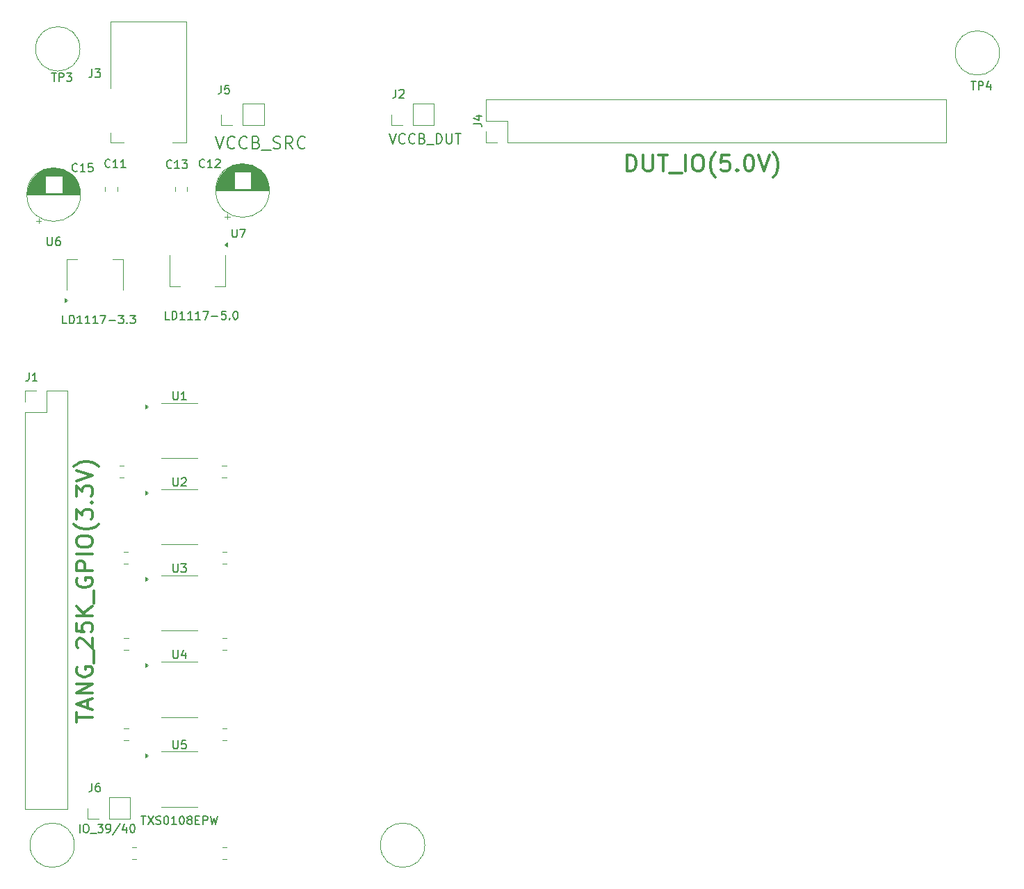
<source format=gbr>
%TF.GenerationSoftware,KiCad,Pcbnew,8.0.3-8.0.3-0~ubuntu20.04.1*%
%TF.CreationDate,2024-07-01T18:26:47+09:00*%
%TF.ProjectId,Gender_TANG25K_IO_LevelShift,47656e64-6572-45f5-9441-4e4732354b5f,rev?*%
%TF.SameCoordinates,Original*%
%TF.FileFunction,Legend,Top*%
%TF.FilePolarity,Positive*%
%FSLAX46Y46*%
G04 Gerber Fmt 4.6, Leading zero omitted, Abs format (unit mm)*
G04 Created by KiCad (PCBNEW 8.0.3-8.0.3-0~ubuntu20.04.1) date 2024-07-01 18:26:47*
%MOMM*%
%LPD*%
G01*
G04 APERTURE LIST*
%ADD10C,0.150000*%
%ADD11C,0.200000*%
%ADD12C,0.300000*%
%ADD13C,0.120000*%
G04 APERTURE END LIST*
D10*
X82666666Y-172454819D02*
X82666666Y-173169104D01*
X82666666Y-173169104D02*
X82619047Y-173311961D01*
X82619047Y-173311961D02*
X82523809Y-173407200D01*
X82523809Y-173407200D02*
X82380952Y-173454819D01*
X82380952Y-173454819D02*
X82285714Y-173454819D01*
X83571428Y-172454819D02*
X83380952Y-172454819D01*
X83380952Y-172454819D02*
X83285714Y-172502438D01*
X83285714Y-172502438D02*
X83238095Y-172550057D01*
X83238095Y-172550057D02*
X83142857Y-172692914D01*
X83142857Y-172692914D02*
X83095238Y-172883390D01*
X83095238Y-172883390D02*
X83095238Y-173264342D01*
X83095238Y-173264342D02*
X83142857Y-173359580D01*
X83142857Y-173359580D02*
X83190476Y-173407200D01*
X83190476Y-173407200D02*
X83285714Y-173454819D01*
X83285714Y-173454819D02*
X83476190Y-173454819D01*
X83476190Y-173454819D02*
X83571428Y-173407200D01*
X83571428Y-173407200D02*
X83619047Y-173359580D01*
X83619047Y-173359580D02*
X83666666Y-173264342D01*
X83666666Y-173264342D02*
X83666666Y-173026247D01*
X83666666Y-173026247D02*
X83619047Y-172931009D01*
X83619047Y-172931009D02*
X83571428Y-172883390D01*
X83571428Y-172883390D02*
X83476190Y-172835771D01*
X83476190Y-172835771D02*
X83285714Y-172835771D01*
X83285714Y-172835771D02*
X83190476Y-172883390D01*
X83190476Y-172883390D02*
X83142857Y-172931009D01*
X83142857Y-172931009D02*
X83095238Y-173026247D01*
X81166667Y-178454819D02*
X81166667Y-177454819D01*
X81833333Y-177454819D02*
X82023809Y-177454819D01*
X82023809Y-177454819D02*
X82119047Y-177502438D01*
X82119047Y-177502438D02*
X82214285Y-177597676D01*
X82214285Y-177597676D02*
X82261904Y-177788152D01*
X82261904Y-177788152D02*
X82261904Y-178121485D01*
X82261904Y-178121485D02*
X82214285Y-178311961D01*
X82214285Y-178311961D02*
X82119047Y-178407200D01*
X82119047Y-178407200D02*
X82023809Y-178454819D01*
X82023809Y-178454819D02*
X81833333Y-178454819D01*
X81833333Y-178454819D02*
X81738095Y-178407200D01*
X81738095Y-178407200D02*
X81642857Y-178311961D01*
X81642857Y-178311961D02*
X81595238Y-178121485D01*
X81595238Y-178121485D02*
X81595238Y-177788152D01*
X81595238Y-177788152D02*
X81642857Y-177597676D01*
X81642857Y-177597676D02*
X81738095Y-177502438D01*
X81738095Y-177502438D02*
X81833333Y-177454819D01*
X82452381Y-178550057D02*
X83214285Y-178550057D01*
X83357143Y-177454819D02*
X83976190Y-177454819D01*
X83976190Y-177454819D02*
X83642857Y-177835771D01*
X83642857Y-177835771D02*
X83785714Y-177835771D01*
X83785714Y-177835771D02*
X83880952Y-177883390D01*
X83880952Y-177883390D02*
X83928571Y-177931009D01*
X83928571Y-177931009D02*
X83976190Y-178026247D01*
X83976190Y-178026247D02*
X83976190Y-178264342D01*
X83976190Y-178264342D02*
X83928571Y-178359580D01*
X83928571Y-178359580D02*
X83880952Y-178407200D01*
X83880952Y-178407200D02*
X83785714Y-178454819D01*
X83785714Y-178454819D02*
X83500000Y-178454819D01*
X83500000Y-178454819D02*
X83404762Y-178407200D01*
X83404762Y-178407200D02*
X83357143Y-178359580D01*
X84452381Y-178454819D02*
X84642857Y-178454819D01*
X84642857Y-178454819D02*
X84738095Y-178407200D01*
X84738095Y-178407200D02*
X84785714Y-178359580D01*
X84785714Y-178359580D02*
X84880952Y-178216723D01*
X84880952Y-178216723D02*
X84928571Y-178026247D01*
X84928571Y-178026247D02*
X84928571Y-177645295D01*
X84928571Y-177645295D02*
X84880952Y-177550057D01*
X84880952Y-177550057D02*
X84833333Y-177502438D01*
X84833333Y-177502438D02*
X84738095Y-177454819D01*
X84738095Y-177454819D02*
X84547619Y-177454819D01*
X84547619Y-177454819D02*
X84452381Y-177502438D01*
X84452381Y-177502438D02*
X84404762Y-177550057D01*
X84404762Y-177550057D02*
X84357143Y-177645295D01*
X84357143Y-177645295D02*
X84357143Y-177883390D01*
X84357143Y-177883390D02*
X84404762Y-177978628D01*
X84404762Y-177978628D02*
X84452381Y-178026247D01*
X84452381Y-178026247D02*
X84547619Y-178073866D01*
X84547619Y-178073866D02*
X84738095Y-178073866D01*
X84738095Y-178073866D02*
X84833333Y-178026247D01*
X84833333Y-178026247D02*
X84880952Y-177978628D01*
X84880952Y-177978628D02*
X84928571Y-177883390D01*
X86071428Y-177407200D02*
X85214286Y-178692914D01*
X86833333Y-177788152D02*
X86833333Y-178454819D01*
X86595238Y-177407200D02*
X86357143Y-178121485D01*
X86357143Y-178121485D02*
X86976190Y-178121485D01*
X87547619Y-177454819D02*
X87642857Y-177454819D01*
X87642857Y-177454819D02*
X87738095Y-177502438D01*
X87738095Y-177502438D02*
X87785714Y-177550057D01*
X87785714Y-177550057D02*
X87833333Y-177645295D01*
X87833333Y-177645295D02*
X87880952Y-177835771D01*
X87880952Y-177835771D02*
X87880952Y-178073866D01*
X87880952Y-178073866D02*
X87833333Y-178264342D01*
X87833333Y-178264342D02*
X87785714Y-178359580D01*
X87785714Y-178359580D02*
X87738095Y-178407200D01*
X87738095Y-178407200D02*
X87642857Y-178454819D01*
X87642857Y-178454819D02*
X87547619Y-178454819D01*
X87547619Y-178454819D02*
X87452381Y-178407200D01*
X87452381Y-178407200D02*
X87404762Y-178359580D01*
X87404762Y-178359580D02*
X87357143Y-178264342D01*
X87357143Y-178264342D02*
X87309524Y-178073866D01*
X87309524Y-178073866D02*
X87309524Y-177835771D01*
X87309524Y-177835771D02*
X87357143Y-177645295D01*
X87357143Y-177645295D02*
X87404762Y-177550057D01*
X87404762Y-177550057D02*
X87452381Y-177502438D01*
X87452381Y-177502438D02*
X87547619Y-177454819D01*
X189738095Y-86954819D02*
X190309523Y-86954819D01*
X190023809Y-87954819D02*
X190023809Y-86954819D01*
X190642857Y-87954819D02*
X190642857Y-86954819D01*
X190642857Y-86954819D02*
X191023809Y-86954819D01*
X191023809Y-86954819D02*
X191119047Y-87002438D01*
X191119047Y-87002438D02*
X191166666Y-87050057D01*
X191166666Y-87050057D02*
X191214285Y-87145295D01*
X191214285Y-87145295D02*
X191214285Y-87288152D01*
X191214285Y-87288152D02*
X191166666Y-87383390D01*
X191166666Y-87383390D02*
X191119047Y-87431009D01*
X191119047Y-87431009D02*
X191023809Y-87478628D01*
X191023809Y-87478628D02*
X190642857Y-87478628D01*
X192071428Y-87288152D02*
X192071428Y-87954819D01*
X191833333Y-86907200D02*
X191595238Y-87621485D01*
X191595238Y-87621485D02*
X192214285Y-87621485D01*
X77738095Y-85954819D02*
X78309523Y-85954819D01*
X78023809Y-86954819D02*
X78023809Y-85954819D01*
X78642857Y-86954819D02*
X78642857Y-85954819D01*
X78642857Y-85954819D02*
X79023809Y-85954819D01*
X79023809Y-85954819D02*
X79119047Y-86002438D01*
X79119047Y-86002438D02*
X79166666Y-86050057D01*
X79166666Y-86050057D02*
X79214285Y-86145295D01*
X79214285Y-86145295D02*
X79214285Y-86288152D01*
X79214285Y-86288152D02*
X79166666Y-86383390D01*
X79166666Y-86383390D02*
X79119047Y-86431009D01*
X79119047Y-86431009D02*
X79023809Y-86478628D01*
X79023809Y-86478628D02*
X78642857Y-86478628D01*
X79547619Y-85954819D02*
X80166666Y-85954819D01*
X80166666Y-85954819D02*
X79833333Y-86335771D01*
X79833333Y-86335771D02*
X79976190Y-86335771D01*
X79976190Y-86335771D02*
X80071428Y-86383390D01*
X80071428Y-86383390D02*
X80119047Y-86431009D01*
X80119047Y-86431009D02*
X80166666Y-86526247D01*
X80166666Y-86526247D02*
X80166666Y-86764342D01*
X80166666Y-86764342D02*
X80119047Y-86859580D01*
X80119047Y-86859580D02*
X80071428Y-86907200D01*
X80071428Y-86907200D02*
X79976190Y-86954819D01*
X79976190Y-86954819D02*
X79690476Y-86954819D01*
X79690476Y-86954819D02*
X79595238Y-86907200D01*
X79595238Y-86907200D02*
X79547619Y-86859580D01*
X119666666Y-87954819D02*
X119666666Y-88669104D01*
X119666666Y-88669104D02*
X119619047Y-88811961D01*
X119619047Y-88811961D02*
X119523809Y-88907200D01*
X119523809Y-88907200D02*
X119380952Y-88954819D01*
X119380952Y-88954819D02*
X119285714Y-88954819D01*
X120095238Y-88050057D02*
X120142857Y-88002438D01*
X120142857Y-88002438D02*
X120238095Y-87954819D01*
X120238095Y-87954819D02*
X120476190Y-87954819D01*
X120476190Y-87954819D02*
X120571428Y-88002438D01*
X120571428Y-88002438D02*
X120619047Y-88050057D01*
X120619047Y-88050057D02*
X120666666Y-88145295D01*
X120666666Y-88145295D02*
X120666666Y-88240533D01*
X120666666Y-88240533D02*
X120619047Y-88383390D01*
X120619047Y-88383390D02*
X120047619Y-88954819D01*
X120047619Y-88954819D02*
X120666666Y-88954819D01*
D11*
X118892142Y-93344742D02*
X119292142Y-94544742D01*
X119292142Y-94544742D02*
X119692142Y-93344742D01*
X120777856Y-94430457D02*
X120720713Y-94487600D01*
X120720713Y-94487600D02*
X120549285Y-94544742D01*
X120549285Y-94544742D02*
X120434999Y-94544742D01*
X120434999Y-94544742D02*
X120263570Y-94487600D01*
X120263570Y-94487600D02*
X120149285Y-94373314D01*
X120149285Y-94373314D02*
X120092142Y-94259028D01*
X120092142Y-94259028D02*
X120034999Y-94030457D01*
X120034999Y-94030457D02*
X120034999Y-93859028D01*
X120034999Y-93859028D02*
X120092142Y-93630457D01*
X120092142Y-93630457D02*
X120149285Y-93516171D01*
X120149285Y-93516171D02*
X120263570Y-93401885D01*
X120263570Y-93401885D02*
X120434999Y-93344742D01*
X120434999Y-93344742D02*
X120549285Y-93344742D01*
X120549285Y-93344742D02*
X120720713Y-93401885D01*
X120720713Y-93401885D02*
X120777856Y-93459028D01*
X121977856Y-94430457D02*
X121920713Y-94487600D01*
X121920713Y-94487600D02*
X121749285Y-94544742D01*
X121749285Y-94544742D02*
X121634999Y-94544742D01*
X121634999Y-94544742D02*
X121463570Y-94487600D01*
X121463570Y-94487600D02*
X121349285Y-94373314D01*
X121349285Y-94373314D02*
X121292142Y-94259028D01*
X121292142Y-94259028D02*
X121234999Y-94030457D01*
X121234999Y-94030457D02*
X121234999Y-93859028D01*
X121234999Y-93859028D02*
X121292142Y-93630457D01*
X121292142Y-93630457D02*
X121349285Y-93516171D01*
X121349285Y-93516171D02*
X121463570Y-93401885D01*
X121463570Y-93401885D02*
X121634999Y-93344742D01*
X121634999Y-93344742D02*
X121749285Y-93344742D01*
X121749285Y-93344742D02*
X121920713Y-93401885D01*
X121920713Y-93401885D02*
X121977856Y-93459028D01*
X122892142Y-93916171D02*
X123063570Y-93973314D01*
X123063570Y-93973314D02*
X123120713Y-94030457D01*
X123120713Y-94030457D02*
X123177856Y-94144742D01*
X123177856Y-94144742D02*
X123177856Y-94316171D01*
X123177856Y-94316171D02*
X123120713Y-94430457D01*
X123120713Y-94430457D02*
X123063570Y-94487600D01*
X123063570Y-94487600D02*
X122949285Y-94544742D01*
X122949285Y-94544742D02*
X122492142Y-94544742D01*
X122492142Y-94544742D02*
X122492142Y-93344742D01*
X122492142Y-93344742D02*
X122892142Y-93344742D01*
X122892142Y-93344742D02*
X123006428Y-93401885D01*
X123006428Y-93401885D02*
X123063570Y-93459028D01*
X123063570Y-93459028D02*
X123120713Y-93573314D01*
X123120713Y-93573314D02*
X123120713Y-93687600D01*
X123120713Y-93687600D02*
X123063570Y-93801885D01*
X123063570Y-93801885D02*
X123006428Y-93859028D01*
X123006428Y-93859028D02*
X122892142Y-93916171D01*
X122892142Y-93916171D02*
X122492142Y-93916171D01*
X123406428Y-94659028D02*
X124320713Y-94659028D01*
X124606428Y-94544742D02*
X124606428Y-93344742D01*
X124606428Y-93344742D02*
X124892142Y-93344742D01*
X124892142Y-93344742D02*
X125063571Y-93401885D01*
X125063571Y-93401885D02*
X125177856Y-93516171D01*
X125177856Y-93516171D02*
X125234999Y-93630457D01*
X125234999Y-93630457D02*
X125292142Y-93859028D01*
X125292142Y-93859028D02*
X125292142Y-94030457D01*
X125292142Y-94030457D02*
X125234999Y-94259028D01*
X125234999Y-94259028D02*
X125177856Y-94373314D01*
X125177856Y-94373314D02*
X125063571Y-94487600D01*
X125063571Y-94487600D02*
X124892142Y-94544742D01*
X124892142Y-94544742D02*
X124606428Y-94544742D01*
X125806428Y-93344742D02*
X125806428Y-94316171D01*
X125806428Y-94316171D02*
X125863571Y-94430457D01*
X125863571Y-94430457D02*
X125920714Y-94487600D01*
X125920714Y-94487600D02*
X126034999Y-94544742D01*
X126034999Y-94544742D02*
X126263571Y-94544742D01*
X126263571Y-94544742D02*
X126377856Y-94487600D01*
X126377856Y-94487600D02*
X126434999Y-94430457D01*
X126434999Y-94430457D02*
X126492142Y-94316171D01*
X126492142Y-94316171D02*
X126492142Y-93344742D01*
X126892142Y-93344742D02*
X127577857Y-93344742D01*
X127234999Y-94544742D02*
X127234999Y-93344742D01*
D10*
X98391666Y-87454819D02*
X98391666Y-88169104D01*
X98391666Y-88169104D02*
X98344047Y-88311961D01*
X98344047Y-88311961D02*
X98248809Y-88407200D01*
X98248809Y-88407200D02*
X98105952Y-88454819D01*
X98105952Y-88454819D02*
X98010714Y-88454819D01*
X99344047Y-87454819D02*
X98867857Y-87454819D01*
X98867857Y-87454819D02*
X98820238Y-87931009D01*
X98820238Y-87931009D02*
X98867857Y-87883390D01*
X98867857Y-87883390D02*
X98963095Y-87835771D01*
X98963095Y-87835771D02*
X99201190Y-87835771D01*
X99201190Y-87835771D02*
X99296428Y-87883390D01*
X99296428Y-87883390D02*
X99344047Y-87931009D01*
X99344047Y-87931009D02*
X99391666Y-88026247D01*
X99391666Y-88026247D02*
X99391666Y-88264342D01*
X99391666Y-88264342D02*
X99344047Y-88359580D01*
X99344047Y-88359580D02*
X99296428Y-88407200D01*
X99296428Y-88407200D02*
X99201190Y-88454819D01*
X99201190Y-88454819D02*
X98963095Y-88454819D01*
X98963095Y-88454819D02*
X98867857Y-88407200D01*
X98867857Y-88407200D02*
X98820238Y-88359580D01*
D11*
X97689286Y-93683528D02*
X98189286Y-95183528D01*
X98189286Y-95183528D02*
X98689286Y-93683528D01*
X100046428Y-95040671D02*
X99975000Y-95112100D01*
X99975000Y-95112100D02*
X99760714Y-95183528D01*
X99760714Y-95183528D02*
X99617857Y-95183528D01*
X99617857Y-95183528D02*
X99403571Y-95112100D01*
X99403571Y-95112100D02*
X99260714Y-94969242D01*
X99260714Y-94969242D02*
X99189285Y-94826385D01*
X99189285Y-94826385D02*
X99117857Y-94540671D01*
X99117857Y-94540671D02*
X99117857Y-94326385D01*
X99117857Y-94326385D02*
X99189285Y-94040671D01*
X99189285Y-94040671D02*
X99260714Y-93897814D01*
X99260714Y-93897814D02*
X99403571Y-93754957D01*
X99403571Y-93754957D02*
X99617857Y-93683528D01*
X99617857Y-93683528D02*
X99760714Y-93683528D01*
X99760714Y-93683528D02*
X99975000Y-93754957D01*
X99975000Y-93754957D02*
X100046428Y-93826385D01*
X101546428Y-95040671D02*
X101475000Y-95112100D01*
X101475000Y-95112100D02*
X101260714Y-95183528D01*
X101260714Y-95183528D02*
X101117857Y-95183528D01*
X101117857Y-95183528D02*
X100903571Y-95112100D01*
X100903571Y-95112100D02*
X100760714Y-94969242D01*
X100760714Y-94969242D02*
X100689285Y-94826385D01*
X100689285Y-94826385D02*
X100617857Y-94540671D01*
X100617857Y-94540671D02*
X100617857Y-94326385D01*
X100617857Y-94326385D02*
X100689285Y-94040671D01*
X100689285Y-94040671D02*
X100760714Y-93897814D01*
X100760714Y-93897814D02*
X100903571Y-93754957D01*
X100903571Y-93754957D02*
X101117857Y-93683528D01*
X101117857Y-93683528D02*
X101260714Y-93683528D01*
X101260714Y-93683528D02*
X101475000Y-93754957D01*
X101475000Y-93754957D02*
X101546428Y-93826385D01*
X102689285Y-94397814D02*
X102903571Y-94469242D01*
X102903571Y-94469242D02*
X102975000Y-94540671D01*
X102975000Y-94540671D02*
X103046428Y-94683528D01*
X103046428Y-94683528D02*
X103046428Y-94897814D01*
X103046428Y-94897814D02*
X102975000Y-95040671D01*
X102975000Y-95040671D02*
X102903571Y-95112100D01*
X102903571Y-95112100D02*
X102760714Y-95183528D01*
X102760714Y-95183528D02*
X102189285Y-95183528D01*
X102189285Y-95183528D02*
X102189285Y-93683528D01*
X102189285Y-93683528D02*
X102689285Y-93683528D01*
X102689285Y-93683528D02*
X102832143Y-93754957D01*
X102832143Y-93754957D02*
X102903571Y-93826385D01*
X102903571Y-93826385D02*
X102975000Y-93969242D01*
X102975000Y-93969242D02*
X102975000Y-94112100D01*
X102975000Y-94112100D02*
X102903571Y-94254957D01*
X102903571Y-94254957D02*
X102832143Y-94326385D01*
X102832143Y-94326385D02*
X102689285Y-94397814D01*
X102689285Y-94397814D02*
X102189285Y-94397814D01*
X103332143Y-95326385D02*
X104475000Y-95326385D01*
X104760714Y-95112100D02*
X104975000Y-95183528D01*
X104975000Y-95183528D02*
X105332142Y-95183528D01*
X105332142Y-95183528D02*
X105475000Y-95112100D01*
X105475000Y-95112100D02*
X105546428Y-95040671D01*
X105546428Y-95040671D02*
X105617857Y-94897814D01*
X105617857Y-94897814D02*
X105617857Y-94754957D01*
X105617857Y-94754957D02*
X105546428Y-94612100D01*
X105546428Y-94612100D02*
X105475000Y-94540671D01*
X105475000Y-94540671D02*
X105332142Y-94469242D01*
X105332142Y-94469242D02*
X105046428Y-94397814D01*
X105046428Y-94397814D02*
X104903571Y-94326385D01*
X104903571Y-94326385D02*
X104832142Y-94254957D01*
X104832142Y-94254957D02*
X104760714Y-94112100D01*
X104760714Y-94112100D02*
X104760714Y-93969242D01*
X104760714Y-93969242D02*
X104832142Y-93826385D01*
X104832142Y-93826385D02*
X104903571Y-93754957D01*
X104903571Y-93754957D02*
X105046428Y-93683528D01*
X105046428Y-93683528D02*
X105403571Y-93683528D01*
X105403571Y-93683528D02*
X105617857Y-93754957D01*
X107117856Y-95183528D02*
X106617856Y-94469242D01*
X106260713Y-95183528D02*
X106260713Y-93683528D01*
X106260713Y-93683528D02*
X106832142Y-93683528D01*
X106832142Y-93683528D02*
X106974999Y-93754957D01*
X106974999Y-93754957D02*
X107046428Y-93826385D01*
X107046428Y-93826385D02*
X107117856Y-93969242D01*
X107117856Y-93969242D02*
X107117856Y-94183528D01*
X107117856Y-94183528D02*
X107046428Y-94326385D01*
X107046428Y-94326385D02*
X106974999Y-94397814D01*
X106974999Y-94397814D02*
X106832142Y-94469242D01*
X106832142Y-94469242D02*
X106260713Y-94469242D01*
X108617856Y-95040671D02*
X108546428Y-95112100D01*
X108546428Y-95112100D02*
X108332142Y-95183528D01*
X108332142Y-95183528D02*
X108189285Y-95183528D01*
X108189285Y-95183528D02*
X107974999Y-95112100D01*
X107974999Y-95112100D02*
X107832142Y-94969242D01*
X107832142Y-94969242D02*
X107760713Y-94826385D01*
X107760713Y-94826385D02*
X107689285Y-94540671D01*
X107689285Y-94540671D02*
X107689285Y-94326385D01*
X107689285Y-94326385D02*
X107760713Y-94040671D01*
X107760713Y-94040671D02*
X107832142Y-93897814D01*
X107832142Y-93897814D02*
X107974999Y-93754957D01*
X107974999Y-93754957D02*
X108189285Y-93683528D01*
X108189285Y-93683528D02*
X108332142Y-93683528D01*
X108332142Y-93683528D02*
X108546428Y-93754957D01*
X108546428Y-93754957D02*
X108617856Y-93826385D01*
D10*
X99738095Y-104954819D02*
X99738095Y-105764342D01*
X99738095Y-105764342D02*
X99785714Y-105859580D01*
X99785714Y-105859580D02*
X99833333Y-105907200D01*
X99833333Y-105907200D02*
X99928571Y-105954819D01*
X99928571Y-105954819D02*
X100119047Y-105954819D01*
X100119047Y-105954819D02*
X100214285Y-105907200D01*
X100214285Y-105907200D02*
X100261904Y-105859580D01*
X100261904Y-105859580D02*
X100309523Y-105764342D01*
X100309523Y-105764342D02*
X100309523Y-104954819D01*
X100690476Y-104954819D02*
X101357142Y-104954819D01*
X101357142Y-104954819D02*
X100928571Y-105954819D01*
X92095238Y-115954819D02*
X91619048Y-115954819D01*
X91619048Y-115954819D02*
X91619048Y-114954819D01*
X92428572Y-115954819D02*
X92428572Y-114954819D01*
X92428572Y-114954819D02*
X92666667Y-114954819D01*
X92666667Y-114954819D02*
X92809524Y-115002438D01*
X92809524Y-115002438D02*
X92904762Y-115097676D01*
X92904762Y-115097676D02*
X92952381Y-115192914D01*
X92952381Y-115192914D02*
X93000000Y-115383390D01*
X93000000Y-115383390D02*
X93000000Y-115526247D01*
X93000000Y-115526247D02*
X92952381Y-115716723D01*
X92952381Y-115716723D02*
X92904762Y-115811961D01*
X92904762Y-115811961D02*
X92809524Y-115907200D01*
X92809524Y-115907200D02*
X92666667Y-115954819D01*
X92666667Y-115954819D02*
X92428572Y-115954819D01*
X93952381Y-115954819D02*
X93380953Y-115954819D01*
X93666667Y-115954819D02*
X93666667Y-114954819D01*
X93666667Y-114954819D02*
X93571429Y-115097676D01*
X93571429Y-115097676D02*
X93476191Y-115192914D01*
X93476191Y-115192914D02*
X93380953Y-115240533D01*
X94904762Y-115954819D02*
X94333334Y-115954819D01*
X94619048Y-115954819D02*
X94619048Y-114954819D01*
X94619048Y-114954819D02*
X94523810Y-115097676D01*
X94523810Y-115097676D02*
X94428572Y-115192914D01*
X94428572Y-115192914D02*
X94333334Y-115240533D01*
X95857143Y-115954819D02*
X95285715Y-115954819D01*
X95571429Y-115954819D02*
X95571429Y-114954819D01*
X95571429Y-114954819D02*
X95476191Y-115097676D01*
X95476191Y-115097676D02*
X95380953Y-115192914D01*
X95380953Y-115192914D02*
X95285715Y-115240533D01*
X96190477Y-114954819D02*
X96857143Y-114954819D01*
X96857143Y-114954819D02*
X96428572Y-115954819D01*
X97238096Y-115573866D02*
X98000001Y-115573866D01*
X98952381Y-114954819D02*
X98476191Y-114954819D01*
X98476191Y-114954819D02*
X98428572Y-115431009D01*
X98428572Y-115431009D02*
X98476191Y-115383390D01*
X98476191Y-115383390D02*
X98571429Y-115335771D01*
X98571429Y-115335771D02*
X98809524Y-115335771D01*
X98809524Y-115335771D02*
X98904762Y-115383390D01*
X98904762Y-115383390D02*
X98952381Y-115431009D01*
X98952381Y-115431009D02*
X99000000Y-115526247D01*
X99000000Y-115526247D02*
X99000000Y-115764342D01*
X99000000Y-115764342D02*
X98952381Y-115859580D01*
X98952381Y-115859580D02*
X98904762Y-115907200D01*
X98904762Y-115907200D02*
X98809524Y-115954819D01*
X98809524Y-115954819D02*
X98571429Y-115954819D01*
X98571429Y-115954819D02*
X98476191Y-115907200D01*
X98476191Y-115907200D02*
X98428572Y-115859580D01*
X99428572Y-115859580D02*
X99476191Y-115907200D01*
X99476191Y-115907200D02*
X99428572Y-115954819D01*
X99428572Y-115954819D02*
X99380953Y-115907200D01*
X99380953Y-115907200D02*
X99428572Y-115859580D01*
X99428572Y-115859580D02*
X99428572Y-115954819D01*
X100095238Y-114954819D02*
X100190476Y-114954819D01*
X100190476Y-114954819D02*
X100285714Y-115002438D01*
X100285714Y-115002438D02*
X100333333Y-115050057D01*
X100333333Y-115050057D02*
X100380952Y-115145295D01*
X100380952Y-115145295D02*
X100428571Y-115335771D01*
X100428571Y-115335771D02*
X100428571Y-115573866D01*
X100428571Y-115573866D02*
X100380952Y-115764342D01*
X100380952Y-115764342D02*
X100333333Y-115859580D01*
X100333333Y-115859580D02*
X100285714Y-115907200D01*
X100285714Y-115907200D02*
X100190476Y-115954819D01*
X100190476Y-115954819D02*
X100095238Y-115954819D01*
X100095238Y-115954819D02*
X100000000Y-115907200D01*
X100000000Y-115907200D02*
X99952381Y-115859580D01*
X99952381Y-115859580D02*
X99904762Y-115764342D01*
X99904762Y-115764342D02*
X99857143Y-115573866D01*
X99857143Y-115573866D02*
X99857143Y-115335771D01*
X99857143Y-115335771D02*
X99904762Y-115145295D01*
X99904762Y-115145295D02*
X99952381Y-115050057D01*
X99952381Y-115050057D02*
X100000000Y-115002438D01*
X100000000Y-115002438D02*
X100095238Y-114954819D01*
X84857142Y-97359580D02*
X84809523Y-97407200D01*
X84809523Y-97407200D02*
X84666666Y-97454819D01*
X84666666Y-97454819D02*
X84571428Y-97454819D01*
X84571428Y-97454819D02*
X84428571Y-97407200D01*
X84428571Y-97407200D02*
X84333333Y-97311961D01*
X84333333Y-97311961D02*
X84285714Y-97216723D01*
X84285714Y-97216723D02*
X84238095Y-97026247D01*
X84238095Y-97026247D02*
X84238095Y-96883390D01*
X84238095Y-96883390D02*
X84285714Y-96692914D01*
X84285714Y-96692914D02*
X84333333Y-96597676D01*
X84333333Y-96597676D02*
X84428571Y-96502438D01*
X84428571Y-96502438D02*
X84571428Y-96454819D01*
X84571428Y-96454819D02*
X84666666Y-96454819D01*
X84666666Y-96454819D02*
X84809523Y-96502438D01*
X84809523Y-96502438D02*
X84857142Y-96550057D01*
X85809523Y-97454819D02*
X85238095Y-97454819D01*
X85523809Y-97454819D02*
X85523809Y-96454819D01*
X85523809Y-96454819D02*
X85428571Y-96597676D01*
X85428571Y-96597676D02*
X85333333Y-96692914D01*
X85333333Y-96692914D02*
X85238095Y-96740533D01*
X86761904Y-97454819D02*
X86190476Y-97454819D01*
X86476190Y-97454819D02*
X86476190Y-96454819D01*
X86476190Y-96454819D02*
X86380952Y-96597676D01*
X86380952Y-96597676D02*
X86285714Y-96692914D01*
X86285714Y-96692914D02*
X86190476Y-96740533D01*
X92558095Y-124754819D02*
X92558095Y-125564342D01*
X92558095Y-125564342D02*
X92605714Y-125659580D01*
X92605714Y-125659580D02*
X92653333Y-125707200D01*
X92653333Y-125707200D02*
X92748571Y-125754819D01*
X92748571Y-125754819D02*
X92939047Y-125754819D01*
X92939047Y-125754819D02*
X93034285Y-125707200D01*
X93034285Y-125707200D02*
X93081904Y-125659580D01*
X93081904Y-125659580D02*
X93129523Y-125564342D01*
X93129523Y-125564342D02*
X93129523Y-124754819D01*
X94129523Y-125754819D02*
X93558095Y-125754819D01*
X93843809Y-125754819D02*
X93843809Y-124754819D01*
X93843809Y-124754819D02*
X93748571Y-124897676D01*
X93748571Y-124897676D02*
X93653333Y-124992914D01*
X93653333Y-124992914D02*
X93558095Y-125040533D01*
X77238095Y-105954819D02*
X77238095Y-106764342D01*
X77238095Y-106764342D02*
X77285714Y-106859580D01*
X77285714Y-106859580D02*
X77333333Y-106907200D01*
X77333333Y-106907200D02*
X77428571Y-106954819D01*
X77428571Y-106954819D02*
X77619047Y-106954819D01*
X77619047Y-106954819D02*
X77714285Y-106907200D01*
X77714285Y-106907200D02*
X77761904Y-106859580D01*
X77761904Y-106859580D02*
X77809523Y-106764342D01*
X77809523Y-106764342D02*
X77809523Y-105954819D01*
X78714285Y-105954819D02*
X78523809Y-105954819D01*
X78523809Y-105954819D02*
X78428571Y-106002438D01*
X78428571Y-106002438D02*
X78380952Y-106050057D01*
X78380952Y-106050057D02*
X78285714Y-106192914D01*
X78285714Y-106192914D02*
X78238095Y-106383390D01*
X78238095Y-106383390D02*
X78238095Y-106764342D01*
X78238095Y-106764342D02*
X78285714Y-106859580D01*
X78285714Y-106859580D02*
X78333333Y-106907200D01*
X78333333Y-106907200D02*
X78428571Y-106954819D01*
X78428571Y-106954819D02*
X78619047Y-106954819D01*
X78619047Y-106954819D02*
X78714285Y-106907200D01*
X78714285Y-106907200D02*
X78761904Y-106859580D01*
X78761904Y-106859580D02*
X78809523Y-106764342D01*
X78809523Y-106764342D02*
X78809523Y-106526247D01*
X78809523Y-106526247D02*
X78761904Y-106431009D01*
X78761904Y-106431009D02*
X78714285Y-106383390D01*
X78714285Y-106383390D02*
X78619047Y-106335771D01*
X78619047Y-106335771D02*
X78428571Y-106335771D01*
X78428571Y-106335771D02*
X78333333Y-106383390D01*
X78333333Y-106383390D02*
X78285714Y-106431009D01*
X78285714Y-106431009D02*
X78238095Y-106526247D01*
X79595238Y-116454819D02*
X79119048Y-116454819D01*
X79119048Y-116454819D02*
X79119048Y-115454819D01*
X79928572Y-116454819D02*
X79928572Y-115454819D01*
X79928572Y-115454819D02*
X80166667Y-115454819D01*
X80166667Y-115454819D02*
X80309524Y-115502438D01*
X80309524Y-115502438D02*
X80404762Y-115597676D01*
X80404762Y-115597676D02*
X80452381Y-115692914D01*
X80452381Y-115692914D02*
X80500000Y-115883390D01*
X80500000Y-115883390D02*
X80500000Y-116026247D01*
X80500000Y-116026247D02*
X80452381Y-116216723D01*
X80452381Y-116216723D02*
X80404762Y-116311961D01*
X80404762Y-116311961D02*
X80309524Y-116407200D01*
X80309524Y-116407200D02*
X80166667Y-116454819D01*
X80166667Y-116454819D02*
X79928572Y-116454819D01*
X81452381Y-116454819D02*
X80880953Y-116454819D01*
X81166667Y-116454819D02*
X81166667Y-115454819D01*
X81166667Y-115454819D02*
X81071429Y-115597676D01*
X81071429Y-115597676D02*
X80976191Y-115692914D01*
X80976191Y-115692914D02*
X80880953Y-115740533D01*
X82404762Y-116454819D02*
X81833334Y-116454819D01*
X82119048Y-116454819D02*
X82119048Y-115454819D01*
X82119048Y-115454819D02*
X82023810Y-115597676D01*
X82023810Y-115597676D02*
X81928572Y-115692914D01*
X81928572Y-115692914D02*
X81833334Y-115740533D01*
X83357143Y-116454819D02*
X82785715Y-116454819D01*
X83071429Y-116454819D02*
X83071429Y-115454819D01*
X83071429Y-115454819D02*
X82976191Y-115597676D01*
X82976191Y-115597676D02*
X82880953Y-115692914D01*
X82880953Y-115692914D02*
X82785715Y-115740533D01*
X83690477Y-115454819D02*
X84357143Y-115454819D01*
X84357143Y-115454819D02*
X83928572Y-116454819D01*
X84738096Y-116073866D02*
X85500001Y-116073866D01*
X85880953Y-115454819D02*
X86500000Y-115454819D01*
X86500000Y-115454819D02*
X86166667Y-115835771D01*
X86166667Y-115835771D02*
X86309524Y-115835771D01*
X86309524Y-115835771D02*
X86404762Y-115883390D01*
X86404762Y-115883390D02*
X86452381Y-115931009D01*
X86452381Y-115931009D02*
X86500000Y-116026247D01*
X86500000Y-116026247D02*
X86500000Y-116264342D01*
X86500000Y-116264342D02*
X86452381Y-116359580D01*
X86452381Y-116359580D02*
X86404762Y-116407200D01*
X86404762Y-116407200D02*
X86309524Y-116454819D01*
X86309524Y-116454819D02*
X86023810Y-116454819D01*
X86023810Y-116454819D02*
X85928572Y-116407200D01*
X85928572Y-116407200D02*
X85880953Y-116359580D01*
X86928572Y-116359580D02*
X86976191Y-116407200D01*
X86976191Y-116407200D02*
X86928572Y-116454819D01*
X86928572Y-116454819D02*
X86880953Y-116407200D01*
X86880953Y-116407200D02*
X86928572Y-116359580D01*
X86928572Y-116359580D02*
X86928572Y-116454819D01*
X87309524Y-115454819D02*
X87928571Y-115454819D01*
X87928571Y-115454819D02*
X87595238Y-115835771D01*
X87595238Y-115835771D02*
X87738095Y-115835771D01*
X87738095Y-115835771D02*
X87833333Y-115883390D01*
X87833333Y-115883390D02*
X87880952Y-115931009D01*
X87880952Y-115931009D02*
X87928571Y-116026247D01*
X87928571Y-116026247D02*
X87928571Y-116264342D01*
X87928571Y-116264342D02*
X87880952Y-116359580D01*
X87880952Y-116359580D02*
X87833333Y-116407200D01*
X87833333Y-116407200D02*
X87738095Y-116454819D01*
X87738095Y-116454819D02*
X87452381Y-116454819D01*
X87452381Y-116454819D02*
X87357143Y-116407200D01*
X87357143Y-116407200D02*
X87309524Y-116359580D01*
X92558095Y-167254819D02*
X92558095Y-168064342D01*
X92558095Y-168064342D02*
X92605714Y-168159580D01*
X92605714Y-168159580D02*
X92653333Y-168207200D01*
X92653333Y-168207200D02*
X92748571Y-168254819D01*
X92748571Y-168254819D02*
X92939047Y-168254819D01*
X92939047Y-168254819D02*
X93034285Y-168207200D01*
X93034285Y-168207200D02*
X93081904Y-168159580D01*
X93081904Y-168159580D02*
X93129523Y-168064342D01*
X93129523Y-168064342D02*
X93129523Y-167254819D01*
X94081904Y-167254819D02*
X93605714Y-167254819D01*
X93605714Y-167254819D02*
X93558095Y-167731009D01*
X93558095Y-167731009D02*
X93605714Y-167683390D01*
X93605714Y-167683390D02*
X93700952Y-167635771D01*
X93700952Y-167635771D02*
X93939047Y-167635771D01*
X93939047Y-167635771D02*
X94034285Y-167683390D01*
X94034285Y-167683390D02*
X94081904Y-167731009D01*
X94081904Y-167731009D02*
X94129523Y-167826247D01*
X94129523Y-167826247D02*
X94129523Y-168064342D01*
X94129523Y-168064342D02*
X94081904Y-168159580D01*
X94081904Y-168159580D02*
X94034285Y-168207200D01*
X94034285Y-168207200D02*
X93939047Y-168254819D01*
X93939047Y-168254819D02*
X93700952Y-168254819D01*
X93700952Y-168254819D02*
X93605714Y-168207200D01*
X93605714Y-168207200D02*
X93558095Y-168159580D01*
X88653333Y-176454819D02*
X89224761Y-176454819D01*
X88939047Y-177454819D02*
X88939047Y-176454819D01*
X89462857Y-176454819D02*
X90129523Y-177454819D01*
X90129523Y-176454819D02*
X89462857Y-177454819D01*
X90462857Y-177407200D02*
X90605714Y-177454819D01*
X90605714Y-177454819D02*
X90843809Y-177454819D01*
X90843809Y-177454819D02*
X90939047Y-177407200D01*
X90939047Y-177407200D02*
X90986666Y-177359580D01*
X90986666Y-177359580D02*
X91034285Y-177264342D01*
X91034285Y-177264342D02*
X91034285Y-177169104D01*
X91034285Y-177169104D02*
X90986666Y-177073866D01*
X90986666Y-177073866D02*
X90939047Y-177026247D01*
X90939047Y-177026247D02*
X90843809Y-176978628D01*
X90843809Y-176978628D02*
X90653333Y-176931009D01*
X90653333Y-176931009D02*
X90558095Y-176883390D01*
X90558095Y-176883390D02*
X90510476Y-176835771D01*
X90510476Y-176835771D02*
X90462857Y-176740533D01*
X90462857Y-176740533D02*
X90462857Y-176645295D01*
X90462857Y-176645295D02*
X90510476Y-176550057D01*
X90510476Y-176550057D02*
X90558095Y-176502438D01*
X90558095Y-176502438D02*
X90653333Y-176454819D01*
X90653333Y-176454819D02*
X90891428Y-176454819D01*
X90891428Y-176454819D02*
X91034285Y-176502438D01*
X91653333Y-176454819D02*
X91748571Y-176454819D01*
X91748571Y-176454819D02*
X91843809Y-176502438D01*
X91843809Y-176502438D02*
X91891428Y-176550057D01*
X91891428Y-176550057D02*
X91939047Y-176645295D01*
X91939047Y-176645295D02*
X91986666Y-176835771D01*
X91986666Y-176835771D02*
X91986666Y-177073866D01*
X91986666Y-177073866D02*
X91939047Y-177264342D01*
X91939047Y-177264342D02*
X91891428Y-177359580D01*
X91891428Y-177359580D02*
X91843809Y-177407200D01*
X91843809Y-177407200D02*
X91748571Y-177454819D01*
X91748571Y-177454819D02*
X91653333Y-177454819D01*
X91653333Y-177454819D02*
X91558095Y-177407200D01*
X91558095Y-177407200D02*
X91510476Y-177359580D01*
X91510476Y-177359580D02*
X91462857Y-177264342D01*
X91462857Y-177264342D02*
X91415238Y-177073866D01*
X91415238Y-177073866D02*
X91415238Y-176835771D01*
X91415238Y-176835771D02*
X91462857Y-176645295D01*
X91462857Y-176645295D02*
X91510476Y-176550057D01*
X91510476Y-176550057D02*
X91558095Y-176502438D01*
X91558095Y-176502438D02*
X91653333Y-176454819D01*
X92939047Y-177454819D02*
X92367619Y-177454819D01*
X92653333Y-177454819D02*
X92653333Y-176454819D01*
X92653333Y-176454819D02*
X92558095Y-176597676D01*
X92558095Y-176597676D02*
X92462857Y-176692914D01*
X92462857Y-176692914D02*
X92367619Y-176740533D01*
X93558095Y-176454819D02*
X93653333Y-176454819D01*
X93653333Y-176454819D02*
X93748571Y-176502438D01*
X93748571Y-176502438D02*
X93796190Y-176550057D01*
X93796190Y-176550057D02*
X93843809Y-176645295D01*
X93843809Y-176645295D02*
X93891428Y-176835771D01*
X93891428Y-176835771D02*
X93891428Y-177073866D01*
X93891428Y-177073866D02*
X93843809Y-177264342D01*
X93843809Y-177264342D02*
X93796190Y-177359580D01*
X93796190Y-177359580D02*
X93748571Y-177407200D01*
X93748571Y-177407200D02*
X93653333Y-177454819D01*
X93653333Y-177454819D02*
X93558095Y-177454819D01*
X93558095Y-177454819D02*
X93462857Y-177407200D01*
X93462857Y-177407200D02*
X93415238Y-177359580D01*
X93415238Y-177359580D02*
X93367619Y-177264342D01*
X93367619Y-177264342D02*
X93320000Y-177073866D01*
X93320000Y-177073866D02*
X93320000Y-176835771D01*
X93320000Y-176835771D02*
X93367619Y-176645295D01*
X93367619Y-176645295D02*
X93415238Y-176550057D01*
X93415238Y-176550057D02*
X93462857Y-176502438D01*
X93462857Y-176502438D02*
X93558095Y-176454819D01*
X94462857Y-176883390D02*
X94367619Y-176835771D01*
X94367619Y-176835771D02*
X94320000Y-176788152D01*
X94320000Y-176788152D02*
X94272381Y-176692914D01*
X94272381Y-176692914D02*
X94272381Y-176645295D01*
X94272381Y-176645295D02*
X94320000Y-176550057D01*
X94320000Y-176550057D02*
X94367619Y-176502438D01*
X94367619Y-176502438D02*
X94462857Y-176454819D01*
X94462857Y-176454819D02*
X94653333Y-176454819D01*
X94653333Y-176454819D02*
X94748571Y-176502438D01*
X94748571Y-176502438D02*
X94796190Y-176550057D01*
X94796190Y-176550057D02*
X94843809Y-176645295D01*
X94843809Y-176645295D02*
X94843809Y-176692914D01*
X94843809Y-176692914D02*
X94796190Y-176788152D01*
X94796190Y-176788152D02*
X94748571Y-176835771D01*
X94748571Y-176835771D02*
X94653333Y-176883390D01*
X94653333Y-176883390D02*
X94462857Y-176883390D01*
X94462857Y-176883390D02*
X94367619Y-176931009D01*
X94367619Y-176931009D02*
X94320000Y-176978628D01*
X94320000Y-176978628D02*
X94272381Y-177073866D01*
X94272381Y-177073866D02*
X94272381Y-177264342D01*
X94272381Y-177264342D02*
X94320000Y-177359580D01*
X94320000Y-177359580D02*
X94367619Y-177407200D01*
X94367619Y-177407200D02*
X94462857Y-177454819D01*
X94462857Y-177454819D02*
X94653333Y-177454819D01*
X94653333Y-177454819D02*
X94748571Y-177407200D01*
X94748571Y-177407200D02*
X94796190Y-177359580D01*
X94796190Y-177359580D02*
X94843809Y-177264342D01*
X94843809Y-177264342D02*
X94843809Y-177073866D01*
X94843809Y-177073866D02*
X94796190Y-176978628D01*
X94796190Y-176978628D02*
X94748571Y-176931009D01*
X94748571Y-176931009D02*
X94653333Y-176883390D01*
X95272381Y-176931009D02*
X95605714Y-176931009D01*
X95748571Y-177454819D02*
X95272381Y-177454819D01*
X95272381Y-177454819D02*
X95272381Y-176454819D01*
X95272381Y-176454819D02*
X95748571Y-176454819D01*
X96177143Y-177454819D02*
X96177143Y-176454819D01*
X96177143Y-176454819D02*
X96558095Y-176454819D01*
X96558095Y-176454819D02*
X96653333Y-176502438D01*
X96653333Y-176502438D02*
X96700952Y-176550057D01*
X96700952Y-176550057D02*
X96748571Y-176645295D01*
X96748571Y-176645295D02*
X96748571Y-176788152D01*
X96748571Y-176788152D02*
X96700952Y-176883390D01*
X96700952Y-176883390D02*
X96653333Y-176931009D01*
X96653333Y-176931009D02*
X96558095Y-176978628D01*
X96558095Y-176978628D02*
X96177143Y-176978628D01*
X97081905Y-176454819D02*
X97320000Y-177454819D01*
X97320000Y-177454819D02*
X97510476Y-176740533D01*
X97510476Y-176740533D02*
X97700952Y-177454819D01*
X97700952Y-177454819D02*
X97939048Y-176454819D01*
X96357142Y-97359580D02*
X96309523Y-97407200D01*
X96309523Y-97407200D02*
X96166666Y-97454819D01*
X96166666Y-97454819D02*
X96071428Y-97454819D01*
X96071428Y-97454819D02*
X95928571Y-97407200D01*
X95928571Y-97407200D02*
X95833333Y-97311961D01*
X95833333Y-97311961D02*
X95785714Y-97216723D01*
X95785714Y-97216723D02*
X95738095Y-97026247D01*
X95738095Y-97026247D02*
X95738095Y-96883390D01*
X95738095Y-96883390D02*
X95785714Y-96692914D01*
X95785714Y-96692914D02*
X95833333Y-96597676D01*
X95833333Y-96597676D02*
X95928571Y-96502438D01*
X95928571Y-96502438D02*
X96071428Y-96454819D01*
X96071428Y-96454819D02*
X96166666Y-96454819D01*
X96166666Y-96454819D02*
X96309523Y-96502438D01*
X96309523Y-96502438D02*
X96357142Y-96550057D01*
X97309523Y-97454819D02*
X96738095Y-97454819D01*
X97023809Y-97454819D02*
X97023809Y-96454819D01*
X97023809Y-96454819D02*
X96928571Y-96597676D01*
X96928571Y-96597676D02*
X96833333Y-96692914D01*
X96833333Y-96692914D02*
X96738095Y-96740533D01*
X97690476Y-96550057D02*
X97738095Y-96502438D01*
X97738095Y-96502438D02*
X97833333Y-96454819D01*
X97833333Y-96454819D02*
X98071428Y-96454819D01*
X98071428Y-96454819D02*
X98166666Y-96502438D01*
X98166666Y-96502438D02*
X98214285Y-96550057D01*
X98214285Y-96550057D02*
X98261904Y-96645295D01*
X98261904Y-96645295D02*
X98261904Y-96740533D01*
X98261904Y-96740533D02*
X98214285Y-96883390D01*
X98214285Y-96883390D02*
X97642857Y-97454819D01*
X97642857Y-97454819D02*
X98261904Y-97454819D01*
X74986666Y-122454819D02*
X74986666Y-123169104D01*
X74986666Y-123169104D02*
X74939047Y-123311961D01*
X74939047Y-123311961D02*
X74843809Y-123407200D01*
X74843809Y-123407200D02*
X74700952Y-123454819D01*
X74700952Y-123454819D02*
X74605714Y-123454819D01*
X75986666Y-123454819D02*
X75415238Y-123454819D01*
X75700952Y-123454819D02*
X75700952Y-122454819D01*
X75700952Y-122454819D02*
X75605714Y-122597676D01*
X75605714Y-122597676D02*
X75510476Y-122692914D01*
X75510476Y-122692914D02*
X75415238Y-122740533D01*
D12*
X80729638Y-165000000D02*
X80729638Y-163857143D01*
X82729638Y-164428572D02*
X80729638Y-164428572D01*
X82158209Y-163285714D02*
X82158209Y-162333333D01*
X82729638Y-163476190D02*
X80729638Y-162809524D01*
X80729638Y-162809524D02*
X82729638Y-162142857D01*
X82729638Y-161476190D02*
X80729638Y-161476190D01*
X80729638Y-161476190D02*
X82729638Y-160333333D01*
X82729638Y-160333333D02*
X80729638Y-160333333D01*
X80824876Y-158333333D02*
X80729638Y-158523809D01*
X80729638Y-158523809D02*
X80729638Y-158809523D01*
X80729638Y-158809523D02*
X80824876Y-159095238D01*
X80824876Y-159095238D02*
X81015352Y-159285714D01*
X81015352Y-159285714D02*
X81205828Y-159380952D01*
X81205828Y-159380952D02*
X81586780Y-159476190D01*
X81586780Y-159476190D02*
X81872495Y-159476190D01*
X81872495Y-159476190D02*
X82253447Y-159380952D01*
X82253447Y-159380952D02*
X82443923Y-159285714D01*
X82443923Y-159285714D02*
X82634400Y-159095238D01*
X82634400Y-159095238D02*
X82729638Y-158809523D01*
X82729638Y-158809523D02*
X82729638Y-158619047D01*
X82729638Y-158619047D02*
X82634400Y-158333333D01*
X82634400Y-158333333D02*
X82539161Y-158238095D01*
X82539161Y-158238095D02*
X81872495Y-158238095D01*
X81872495Y-158238095D02*
X81872495Y-158619047D01*
X82920114Y-157857143D02*
X82920114Y-156333333D01*
X80920114Y-155952380D02*
X80824876Y-155857142D01*
X80824876Y-155857142D02*
X80729638Y-155666666D01*
X80729638Y-155666666D02*
X80729638Y-155190475D01*
X80729638Y-155190475D02*
X80824876Y-154999999D01*
X80824876Y-154999999D02*
X80920114Y-154904761D01*
X80920114Y-154904761D02*
X81110590Y-154809523D01*
X81110590Y-154809523D02*
X81301066Y-154809523D01*
X81301066Y-154809523D02*
X81586780Y-154904761D01*
X81586780Y-154904761D02*
X82729638Y-156047618D01*
X82729638Y-156047618D02*
X82729638Y-154809523D01*
X80729638Y-152999999D02*
X80729638Y-153952380D01*
X80729638Y-153952380D02*
X81682019Y-154047618D01*
X81682019Y-154047618D02*
X81586780Y-153952380D01*
X81586780Y-153952380D02*
X81491542Y-153761904D01*
X81491542Y-153761904D02*
X81491542Y-153285713D01*
X81491542Y-153285713D02*
X81586780Y-153095237D01*
X81586780Y-153095237D02*
X81682019Y-152999999D01*
X81682019Y-152999999D02*
X81872495Y-152904761D01*
X81872495Y-152904761D02*
X82348685Y-152904761D01*
X82348685Y-152904761D02*
X82539161Y-152999999D01*
X82539161Y-152999999D02*
X82634400Y-153095237D01*
X82634400Y-153095237D02*
X82729638Y-153285713D01*
X82729638Y-153285713D02*
X82729638Y-153761904D01*
X82729638Y-153761904D02*
X82634400Y-153952380D01*
X82634400Y-153952380D02*
X82539161Y-154047618D01*
X82729638Y-152047618D02*
X80729638Y-152047618D01*
X82729638Y-150904761D02*
X81586780Y-151761904D01*
X80729638Y-150904761D02*
X81872495Y-152047618D01*
X82920114Y-150523809D02*
X82920114Y-148999999D01*
X80824876Y-147476189D02*
X80729638Y-147666665D01*
X80729638Y-147666665D02*
X80729638Y-147952379D01*
X80729638Y-147952379D02*
X80824876Y-148238094D01*
X80824876Y-148238094D02*
X81015352Y-148428570D01*
X81015352Y-148428570D02*
X81205828Y-148523808D01*
X81205828Y-148523808D02*
X81586780Y-148619046D01*
X81586780Y-148619046D02*
X81872495Y-148619046D01*
X81872495Y-148619046D02*
X82253447Y-148523808D01*
X82253447Y-148523808D02*
X82443923Y-148428570D01*
X82443923Y-148428570D02*
X82634400Y-148238094D01*
X82634400Y-148238094D02*
X82729638Y-147952379D01*
X82729638Y-147952379D02*
X82729638Y-147761903D01*
X82729638Y-147761903D02*
X82634400Y-147476189D01*
X82634400Y-147476189D02*
X82539161Y-147380951D01*
X82539161Y-147380951D02*
X81872495Y-147380951D01*
X81872495Y-147380951D02*
X81872495Y-147761903D01*
X82729638Y-146523808D02*
X80729638Y-146523808D01*
X80729638Y-146523808D02*
X80729638Y-145761903D01*
X80729638Y-145761903D02*
X80824876Y-145571427D01*
X80824876Y-145571427D02*
X80920114Y-145476189D01*
X80920114Y-145476189D02*
X81110590Y-145380951D01*
X81110590Y-145380951D02*
X81396304Y-145380951D01*
X81396304Y-145380951D02*
X81586780Y-145476189D01*
X81586780Y-145476189D02*
X81682019Y-145571427D01*
X81682019Y-145571427D02*
X81777257Y-145761903D01*
X81777257Y-145761903D02*
X81777257Y-146523808D01*
X82729638Y-144523808D02*
X80729638Y-144523808D01*
X80729638Y-143190475D02*
X80729638Y-142809522D01*
X80729638Y-142809522D02*
X80824876Y-142619046D01*
X80824876Y-142619046D02*
X81015352Y-142428570D01*
X81015352Y-142428570D02*
X81396304Y-142333332D01*
X81396304Y-142333332D02*
X82062971Y-142333332D01*
X82062971Y-142333332D02*
X82443923Y-142428570D01*
X82443923Y-142428570D02*
X82634400Y-142619046D01*
X82634400Y-142619046D02*
X82729638Y-142809522D01*
X82729638Y-142809522D02*
X82729638Y-143190475D01*
X82729638Y-143190475D02*
X82634400Y-143380951D01*
X82634400Y-143380951D02*
X82443923Y-143571427D01*
X82443923Y-143571427D02*
X82062971Y-143666665D01*
X82062971Y-143666665D02*
X81396304Y-143666665D01*
X81396304Y-143666665D02*
X81015352Y-143571427D01*
X81015352Y-143571427D02*
X80824876Y-143380951D01*
X80824876Y-143380951D02*
X80729638Y-143190475D01*
X83491542Y-140904760D02*
X83396304Y-140999999D01*
X83396304Y-140999999D02*
X83110590Y-141190475D01*
X83110590Y-141190475D02*
X82920114Y-141285713D01*
X82920114Y-141285713D02*
X82634400Y-141380951D01*
X82634400Y-141380951D02*
X82158209Y-141476189D01*
X82158209Y-141476189D02*
X81777257Y-141476189D01*
X81777257Y-141476189D02*
X81301066Y-141380951D01*
X81301066Y-141380951D02*
X81015352Y-141285713D01*
X81015352Y-141285713D02*
X80824876Y-141190475D01*
X80824876Y-141190475D02*
X80539161Y-140999999D01*
X80539161Y-140999999D02*
X80443923Y-140904760D01*
X80729638Y-140333332D02*
X80729638Y-139095237D01*
X80729638Y-139095237D02*
X81491542Y-139761904D01*
X81491542Y-139761904D02*
X81491542Y-139476189D01*
X81491542Y-139476189D02*
X81586780Y-139285713D01*
X81586780Y-139285713D02*
X81682019Y-139190475D01*
X81682019Y-139190475D02*
X81872495Y-139095237D01*
X81872495Y-139095237D02*
X82348685Y-139095237D01*
X82348685Y-139095237D02*
X82539161Y-139190475D01*
X82539161Y-139190475D02*
X82634400Y-139285713D01*
X82634400Y-139285713D02*
X82729638Y-139476189D01*
X82729638Y-139476189D02*
X82729638Y-140047618D01*
X82729638Y-140047618D02*
X82634400Y-140238094D01*
X82634400Y-140238094D02*
X82539161Y-140333332D01*
X82539161Y-138238094D02*
X82634400Y-138142856D01*
X82634400Y-138142856D02*
X82729638Y-138238094D01*
X82729638Y-138238094D02*
X82634400Y-138333332D01*
X82634400Y-138333332D02*
X82539161Y-138238094D01*
X82539161Y-138238094D02*
X82729638Y-138238094D01*
X80729638Y-137476189D02*
X80729638Y-136238094D01*
X80729638Y-136238094D02*
X81491542Y-136904761D01*
X81491542Y-136904761D02*
X81491542Y-136619046D01*
X81491542Y-136619046D02*
X81586780Y-136428570D01*
X81586780Y-136428570D02*
X81682019Y-136333332D01*
X81682019Y-136333332D02*
X81872495Y-136238094D01*
X81872495Y-136238094D02*
X82348685Y-136238094D01*
X82348685Y-136238094D02*
X82539161Y-136333332D01*
X82539161Y-136333332D02*
X82634400Y-136428570D01*
X82634400Y-136428570D02*
X82729638Y-136619046D01*
X82729638Y-136619046D02*
X82729638Y-137190475D01*
X82729638Y-137190475D02*
X82634400Y-137380951D01*
X82634400Y-137380951D02*
X82539161Y-137476189D01*
X80729638Y-135666665D02*
X82729638Y-134999999D01*
X82729638Y-134999999D02*
X80729638Y-134333332D01*
X83491542Y-133857141D02*
X83396304Y-133761903D01*
X83396304Y-133761903D02*
X83110590Y-133571427D01*
X83110590Y-133571427D02*
X82920114Y-133476189D01*
X82920114Y-133476189D02*
X82634400Y-133380951D01*
X82634400Y-133380951D02*
X82158209Y-133285713D01*
X82158209Y-133285713D02*
X81777257Y-133285713D01*
X81777257Y-133285713D02*
X81301066Y-133380951D01*
X81301066Y-133380951D02*
X81015352Y-133476189D01*
X81015352Y-133476189D02*
X80824876Y-133571427D01*
X80824876Y-133571427D02*
X80539161Y-133761903D01*
X80539161Y-133761903D02*
X80443923Y-133857141D01*
D10*
X92357142Y-97459580D02*
X92309523Y-97507200D01*
X92309523Y-97507200D02*
X92166666Y-97554819D01*
X92166666Y-97554819D02*
X92071428Y-97554819D01*
X92071428Y-97554819D02*
X91928571Y-97507200D01*
X91928571Y-97507200D02*
X91833333Y-97411961D01*
X91833333Y-97411961D02*
X91785714Y-97316723D01*
X91785714Y-97316723D02*
X91738095Y-97126247D01*
X91738095Y-97126247D02*
X91738095Y-96983390D01*
X91738095Y-96983390D02*
X91785714Y-96792914D01*
X91785714Y-96792914D02*
X91833333Y-96697676D01*
X91833333Y-96697676D02*
X91928571Y-96602438D01*
X91928571Y-96602438D02*
X92071428Y-96554819D01*
X92071428Y-96554819D02*
X92166666Y-96554819D01*
X92166666Y-96554819D02*
X92309523Y-96602438D01*
X92309523Y-96602438D02*
X92357142Y-96650057D01*
X93309523Y-97554819D02*
X92738095Y-97554819D01*
X93023809Y-97554819D02*
X93023809Y-96554819D01*
X93023809Y-96554819D02*
X92928571Y-96697676D01*
X92928571Y-96697676D02*
X92833333Y-96792914D01*
X92833333Y-96792914D02*
X92738095Y-96840533D01*
X93642857Y-96554819D02*
X94261904Y-96554819D01*
X94261904Y-96554819D02*
X93928571Y-96935771D01*
X93928571Y-96935771D02*
X94071428Y-96935771D01*
X94071428Y-96935771D02*
X94166666Y-96983390D01*
X94166666Y-96983390D02*
X94214285Y-97031009D01*
X94214285Y-97031009D02*
X94261904Y-97126247D01*
X94261904Y-97126247D02*
X94261904Y-97364342D01*
X94261904Y-97364342D02*
X94214285Y-97459580D01*
X94214285Y-97459580D02*
X94166666Y-97507200D01*
X94166666Y-97507200D02*
X94071428Y-97554819D01*
X94071428Y-97554819D02*
X93785714Y-97554819D01*
X93785714Y-97554819D02*
X93690476Y-97507200D01*
X93690476Y-97507200D02*
X93642857Y-97459580D01*
X80857142Y-97859580D02*
X80809523Y-97907200D01*
X80809523Y-97907200D02*
X80666666Y-97954819D01*
X80666666Y-97954819D02*
X80571428Y-97954819D01*
X80571428Y-97954819D02*
X80428571Y-97907200D01*
X80428571Y-97907200D02*
X80333333Y-97811961D01*
X80333333Y-97811961D02*
X80285714Y-97716723D01*
X80285714Y-97716723D02*
X80238095Y-97526247D01*
X80238095Y-97526247D02*
X80238095Y-97383390D01*
X80238095Y-97383390D02*
X80285714Y-97192914D01*
X80285714Y-97192914D02*
X80333333Y-97097676D01*
X80333333Y-97097676D02*
X80428571Y-97002438D01*
X80428571Y-97002438D02*
X80571428Y-96954819D01*
X80571428Y-96954819D02*
X80666666Y-96954819D01*
X80666666Y-96954819D02*
X80809523Y-97002438D01*
X80809523Y-97002438D02*
X80857142Y-97050057D01*
X81809523Y-97954819D02*
X81238095Y-97954819D01*
X81523809Y-97954819D02*
X81523809Y-96954819D01*
X81523809Y-96954819D02*
X81428571Y-97097676D01*
X81428571Y-97097676D02*
X81333333Y-97192914D01*
X81333333Y-97192914D02*
X81238095Y-97240533D01*
X82714285Y-96954819D02*
X82238095Y-96954819D01*
X82238095Y-96954819D02*
X82190476Y-97431009D01*
X82190476Y-97431009D02*
X82238095Y-97383390D01*
X82238095Y-97383390D02*
X82333333Y-97335771D01*
X82333333Y-97335771D02*
X82571428Y-97335771D01*
X82571428Y-97335771D02*
X82666666Y-97383390D01*
X82666666Y-97383390D02*
X82714285Y-97431009D01*
X82714285Y-97431009D02*
X82761904Y-97526247D01*
X82761904Y-97526247D02*
X82761904Y-97764342D01*
X82761904Y-97764342D02*
X82714285Y-97859580D01*
X82714285Y-97859580D02*
X82666666Y-97907200D01*
X82666666Y-97907200D02*
X82571428Y-97954819D01*
X82571428Y-97954819D02*
X82333333Y-97954819D01*
X82333333Y-97954819D02*
X82238095Y-97907200D01*
X82238095Y-97907200D02*
X82190476Y-97859580D01*
X92558095Y-135254819D02*
X92558095Y-136064342D01*
X92558095Y-136064342D02*
X92605714Y-136159580D01*
X92605714Y-136159580D02*
X92653333Y-136207200D01*
X92653333Y-136207200D02*
X92748571Y-136254819D01*
X92748571Y-136254819D02*
X92939047Y-136254819D01*
X92939047Y-136254819D02*
X93034285Y-136207200D01*
X93034285Y-136207200D02*
X93081904Y-136159580D01*
X93081904Y-136159580D02*
X93129523Y-136064342D01*
X93129523Y-136064342D02*
X93129523Y-135254819D01*
X93558095Y-135350057D02*
X93605714Y-135302438D01*
X93605714Y-135302438D02*
X93700952Y-135254819D01*
X93700952Y-135254819D02*
X93939047Y-135254819D01*
X93939047Y-135254819D02*
X94034285Y-135302438D01*
X94034285Y-135302438D02*
X94081904Y-135350057D01*
X94081904Y-135350057D02*
X94129523Y-135445295D01*
X94129523Y-135445295D02*
X94129523Y-135540533D01*
X94129523Y-135540533D02*
X94081904Y-135683390D01*
X94081904Y-135683390D02*
X93510476Y-136254819D01*
X93510476Y-136254819D02*
X94129523Y-136254819D01*
X82666666Y-85454819D02*
X82666666Y-86169104D01*
X82666666Y-86169104D02*
X82619047Y-86311961D01*
X82619047Y-86311961D02*
X82523809Y-86407200D01*
X82523809Y-86407200D02*
X82380952Y-86454819D01*
X82380952Y-86454819D02*
X82285714Y-86454819D01*
X83047619Y-85454819D02*
X83666666Y-85454819D01*
X83666666Y-85454819D02*
X83333333Y-85835771D01*
X83333333Y-85835771D02*
X83476190Y-85835771D01*
X83476190Y-85835771D02*
X83571428Y-85883390D01*
X83571428Y-85883390D02*
X83619047Y-85931009D01*
X83619047Y-85931009D02*
X83666666Y-86026247D01*
X83666666Y-86026247D02*
X83666666Y-86264342D01*
X83666666Y-86264342D02*
X83619047Y-86359580D01*
X83619047Y-86359580D02*
X83571428Y-86407200D01*
X83571428Y-86407200D02*
X83476190Y-86454819D01*
X83476190Y-86454819D02*
X83190476Y-86454819D01*
X83190476Y-86454819D02*
X83095238Y-86407200D01*
X83095238Y-86407200D02*
X83047619Y-86359580D01*
X92558095Y-145754819D02*
X92558095Y-146564342D01*
X92558095Y-146564342D02*
X92605714Y-146659580D01*
X92605714Y-146659580D02*
X92653333Y-146707200D01*
X92653333Y-146707200D02*
X92748571Y-146754819D01*
X92748571Y-146754819D02*
X92939047Y-146754819D01*
X92939047Y-146754819D02*
X93034285Y-146707200D01*
X93034285Y-146707200D02*
X93081904Y-146659580D01*
X93081904Y-146659580D02*
X93129523Y-146564342D01*
X93129523Y-146564342D02*
X93129523Y-145754819D01*
X93510476Y-145754819D02*
X94129523Y-145754819D01*
X94129523Y-145754819D02*
X93796190Y-146135771D01*
X93796190Y-146135771D02*
X93939047Y-146135771D01*
X93939047Y-146135771D02*
X94034285Y-146183390D01*
X94034285Y-146183390D02*
X94081904Y-146231009D01*
X94081904Y-146231009D02*
X94129523Y-146326247D01*
X94129523Y-146326247D02*
X94129523Y-146564342D01*
X94129523Y-146564342D02*
X94081904Y-146659580D01*
X94081904Y-146659580D02*
X94034285Y-146707200D01*
X94034285Y-146707200D02*
X93939047Y-146754819D01*
X93939047Y-146754819D02*
X93653333Y-146754819D01*
X93653333Y-146754819D02*
X93558095Y-146707200D01*
X93558095Y-146707200D02*
X93510476Y-146659580D01*
X92558095Y-156254819D02*
X92558095Y-157064342D01*
X92558095Y-157064342D02*
X92605714Y-157159580D01*
X92605714Y-157159580D02*
X92653333Y-157207200D01*
X92653333Y-157207200D02*
X92748571Y-157254819D01*
X92748571Y-157254819D02*
X92939047Y-157254819D01*
X92939047Y-157254819D02*
X93034285Y-157207200D01*
X93034285Y-157207200D02*
X93081904Y-157159580D01*
X93081904Y-157159580D02*
X93129523Y-157064342D01*
X93129523Y-157064342D02*
X93129523Y-156254819D01*
X94034285Y-156588152D02*
X94034285Y-157254819D01*
X93796190Y-156207200D02*
X93558095Y-156921485D01*
X93558095Y-156921485D02*
X94177142Y-156921485D01*
X129124819Y-92103333D02*
X129839104Y-92103333D01*
X129839104Y-92103333D02*
X129981961Y-92150952D01*
X129981961Y-92150952D02*
X130077200Y-92246190D01*
X130077200Y-92246190D02*
X130124819Y-92389047D01*
X130124819Y-92389047D02*
X130124819Y-92484285D01*
X129458152Y-91198571D02*
X130124819Y-91198571D01*
X129077200Y-91436666D02*
X129791485Y-91674761D01*
X129791485Y-91674761D02*
X129791485Y-91055714D01*
D12*
X147809523Y-97909638D02*
X147809523Y-95909638D01*
X147809523Y-95909638D02*
X148285713Y-95909638D01*
X148285713Y-95909638D02*
X148571428Y-96004876D01*
X148571428Y-96004876D02*
X148761904Y-96195352D01*
X148761904Y-96195352D02*
X148857142Y-96385828D01*
X148857142Y-96385828D02*
X148952380Y-96766780D01*
X148952380Y-96766780D02*
X148952380Y-97052495D01*
X148952380Y-97052495D02*
X148857142Y-97433447D01*
X148857142Y-97433447D02*
X148761904Y-97623923D01*
X148761904Y-97623923D02*
X148571428Y-97814400D01*
X148571428Y-97814400D02*
X148285713Y-97909638D01*
X148285713Y-97909638D02*
X147809523Y-97909638D01*
X149809523Y-95909638D02*
X149809523Y-97528685D01*
X149809523Y-97528685D02*
X149904761Y-97719161D01*
X149904761Y-97719161D02*
X149999999Y-97814400D01*
X149999999Y-97814400D02*
X150190475Y-97909638D01*
X150190475Y-97909638D02*
X150571428Y-97909638D01*
X150571428Y-97909638D02*
X150761904Y-97814400D01*
X150761904Y-97814400D02*
X150857142Y-97719161D01*
X150857142Y-97719161D02*
X150952380Y-97528685D01*
X150952380Y-97528685D02*
X150952380Y-95909638D01*
X151619047Y-95909638D02*
X152761904Y-95909638D01*
X152190475Y-97909638D02*
X152190475Y-95909638D01*
X152952381Y-98100114D02*
X154476190Y-98100114D01*
X154952381Y-97909638D02*
X154952381Y-95909638D01*
X156285714Y-95909638D02*
X156666667Y-95909638D01*
X156666667Y-95909638D02*
X156857143Y-96004876D01*
X156857143Y-96004876D02*
X157047619Y-96195352D01*
X157047619Y-96195352D02*
X157142857Y-96576304D01*
X157142857Y-96576304D02*
X157142857Y-97242971D01*
X157142857Y-97242971D02*
X157047619Y-97623923D01*
X157047619Y-97623923D02*
X156857143Y-97814400D01*
X156857143Y-97814400D02*
X156666667Y-97909638D01*
X156666667Y-97909638D02*
X156285714Y-97909638D01*
X156285714Y-97909638D02*
X156095238Y-97814400D01*
X156095238Y-97814400D02*
X155904762Y-97623923D01*
X155904762Y-97623923D02*
X155809524Y-97242971D01*
X155809524Y-97242971D02*
X155809524Y-96576304D01*
X155809524Y-96576304D02*
X155904762Y-96195352D01*
X155904762Y-96195352D02*
X156095238Y-96004876D01*
X156095238Y-96004876D02*
X156285714Y-95909638D01*
X158571429Y-98671542D02*
X158476190Y-98576304D01*
X158476190Y-98576304D02*
X158285714Y-98290590D01*
X158285714Y-98290590D02*
X158190476Y-98100114D01*
X158190476Y-98100114D02*
X158095238Y-97814400D01*
X158095238Y-97814400D02*
X158000000Y-97338209D01*
X158000000Y-97338209D02*
X158000000Y-96957257D01*
X158000000Y-96957257D02*
X158095238Y-96481066D01*
X158095238Y-96481066D02*
X158190476Y-96195352D01*
X158190476Y-96195352D02*
X158285714Y-96004876D01*
X158285714Y-96004876D02*
X158476190Y-95719161D01*
X158476190Y-95719161D02*
X158571429Y-95623923D01*
X160285714Y-95909638D02*
X159333333Y-95909638D01*
X159333333Y-95909638D02*
X159238095Y-96862019D01*
X159238095Y-96862019D02*
X159333333Y-96766780D01*
X159333333Y-96766780D02*
X159523809Y-96671542D01*
X159523809Y-96671542D02*
X160000000Y-96671542D01*
X160000000Y-96671542D02*
X160190476Y-96766780D01*
X160190476Y-96766780D02*
X160285714Y-96862019D01*
X160285714Y-96862019D02*
X160380952Y-97052495D01*
X160380952Y-97052495D02*
X160380952Y-97528685D01*
X160380952Y-97528685D02*
X160285714Y-97719161D01*
X160285714Y-97719161D02*
X160190476Y-97814400D01*
X160190476Y-97814400D02*
X160000000Y-97909638D01*
X160000000Y-97909638D02*
X159523809Y-97909638D01*
X159523809Y-97909638D02*
X159333333Y-97814400D01*
X159333333Y-97814400D02*
X159238095Y-97719161D01*
X161238095Y-97719161D02*
X161333333Y-97814400D01*
X161333333Y-97814400D02*
X161238095Y-97909638D01*
X161238095Y-97909638D02*
X161142857Y-97814400D01*
X161142857Y-97814400D02*
X161238095Y-97719161D01*
X161238095Y-97719161D02*
X161238095Y-97909638D01*
X162571428Y-95909638D02*
X162761905Y-95909638D01*
X162761905Y-95909638D02*
X162952381Y-96004876D01*
X162952381Y-96004876D02*
X163047619Y-96100114D01*
X163047619Y-96100114D02*
X163142857Y-96290590D01*
X163142857Y-96290590D02*
X163238095Y-96671542D01*
X163238095Y-96671542D02*
X163238095Y-97147733D01*
X163238095Y-97147733D02*
X163142857Y-97528685D01*
X163142857Y-97528685D02*
X163047619Y-97719161D01*
X163047619Y-97719161D02*
X162952381Y-97814400D01*
X162952381Y-97814400D02*
X162761905Y-97909638D01*
X162761905Y-97909638D02*
X162571428Y-97909638D01*
X162571428Y-97909638D02*
X162380952Y-97814400D01*
X162380952Y-97814400D02*
X162285714Y-97719161D01*
X162285714Y-97719161D02*
X162190476Y-97528685D01*
X162190476Y-97528685D02*
X162095238Y-97147733D01*
X162095238Y-97147733D02*
X162095238Y-96671542D01*
X162095238Y-96671542D02*
X162190476Y-96290590D01*
X162190476Y-96290590D02*
X162285714Y-96100114D01*
X162285714Y-96100114D02*
X162380952Y-96004876D01*
X162380952Y-96004876D02*
X162571428Y-95909638D01*
X163809524Y-95909638D02*
X164476190Y-97909638D01*
X164476190Y-97909638D02*
X165142857Y-95909638D01*
X165619048Y-98671542D02*
X165714286Y-98576304D01*
X165714286Y-98576304D02*
X165904762Y-98290590D01*
X165904762Y-98290590D02*
X166000000Y-98100114D01*
X166000000Y-98100114D02*
X166095238Y-97814400D01*
X166095238Y-97814400D02*
X166190476Y-97338209D01*
X166190476Y-97338209D02*
X166190476Y-96957257D01*
X166190476Y-96957257D02*
X166095238Y-96481066D01*
X166095238Y-96481066D02*
X166000000Y-96195352D01*
X166000000Y-96195352D02*
X165904762Y-96004876D01*
X165904762Y-96004876D02*
X165714286Y-95719161D01*
X165714286Y-95719161D02*
X165619048Y-95623923D01*
D13*
%TO.C,J6*%
X82130000Y-176830000D02*
X82130000Y-175500000D01*
X83460000Y-176830000D02*
X82130000Y-176830000D01*
X84730000Y-176830000D02*
X87330000Y-176830000D01*
X84730000Y-176830000D02*
X84730000Y-174170000D01*
X87330000Y-176830000D02*
X87330000Y-174170000D01*
X84730000Y-174170000D02*
X87330000Y-174170000D01*
%TO.C,TP4*%
X193200000Y-83500000D02*
G75*
G02*
X187800000Y-83500000I-2700000J0D01*
G01*
X187800000Y-83500000D02*
G75*
G02*
X193200000Y-83500000I2700000J0D01*
G01*
%TO.C,TP3*%
X81200000Y-83000000D02*
G75*
G02*
X75800000Y-83000000I-2700000J0D01*
G01*
X75800000Y-83000000D02*
G75*
G02*
X81200000Y-83000000I2700000J0D01*
G01*
%TO.C,J2*%
X121730000Y-89670000D02*
X124330000Y-89670000D01*
X124330000Y-92330000D02*
X124330000Y-89670000D01*
X121730000Y-92330000D02*
X121730000Y-89670000D01*
X121730000Y-92330000D02*
X124330000Y-92330000D01*
X120460000Y-92330000D02*
X119130000Y-92330000D01*
X119130000Y-92330000D02*
X119130000Y-91000000D01*
%TO.C,J5*%
X98395000Y-92330000D02*
X98395000Y-91000000D01*
X99725000Y-92330000D02*
X98395000Y-92330000D01*
X100995000Y-92330000D02*
X103595000Y-92330000D01*
X100995000Y-92330000D02*
X100995000Y-89670000D01*
X103595000Y-92330000D02*
X103595000Y-89670000D01*
X100995000Y-89670000D02*
X103595000Y-89670000D01*
%TO.C,U7*%
X92090000Y-108150000D02*
X92090000Y-111910000D01*
X92090000Y-111910000D02*
X93350000Y-111910000D01*
X98910000Y-108150000D02*
X98910000Y-111910000D01*
X98910000Y-111910000D02*
X97650000Y-111910000D01*
X99140000Y-107110000D02*
X98810000Y-106870000D01*
X99140000Y-106630000D01*
X99140000Y-107110000D01*
G36*
X99140000Y-107110000D02*
G01*
X98810000Y-106870000D01*
X99140000Y-106630000D01*
X99140000Y-107110000D01*
G37*
%TO.C,TP1*%
X80520000Y-180000000D02*
G75*
G02*
X75120000Y-180000000I-2700000J0D01*
G01*
X75120000Y-180000000D02*
G75*
G02*
X80520000Y-180000000I2700000J0D01*
G01*
%TO.C,C11*%
X84265000Y-100311252D02*
X84265000Y-99788748D01*
X85735000Y-100311252D02*
X85735000Y-99788748D01*
%TO.C,U1*%
X93320000Y-126115000D02*
X91120000Y-126115000D01*
X93320000Y-126115000D02*
X95520000Y-126115000D01*
X93320000Y-132885000D02*
X91120000Y-132885000D01*
X93320000Y-132885000D02*
X95520000Y-132885000D01*
X89460000Y-126575000D02*
X89130000Y-126815000D01*
X89130000Y-126335000D01*
X89460000Y-126575000D01*
G36*
X89460000Y-126575000D02*
G01*
X89130000Y-126815000D01*
X89130000Y-126335000D01*
X89460000Y-126575000D01*
G37*
%TO.C,C5*%
X87081252Y-154765000D02*
X86558748Y-154765000D01*
X87081252Y-156235000D02*
X86558748Y-156235000D01*
%TO.C,C9*%
X88031252Y-180265000D02*
X87508748Y-180265000D01*
X88031252Y-181735000D02*
X87508748Y-181735000D01*
%TO.C,U6*%
X79590000Y-108590000D02*
X80850000Y-108590000D01*
X79590000Y-112350000D02*
X79590000Y-108590000D01*
X86410000Y-108590000D02*
X85150000Y-108590000D01*
X86410000Y-112350000D02*
X86410000Y-108590000D01*
X79690000Y-113630000D02*
X79360000Y-113870000D01*
X79360000Y-113390000D01*
X79690000Y-113630000D01*
G36*
X79690000Y-113630000D02*
G01*
X79360000Y-113870000D01*
X79360000Y-113390000D01*
X79690000Y-113630000D01*
G37*
%TO.C,U5*%
X93320000Y-168615000D02*
X91120000Y-168615000D01*
X93320000Y-168615000D02*
X95520000Y-168615000D01*
X93320000Y-175385000D02*
X91120000Y-175385000D01*
X93320000Y-175385000D02*
X95520000Y-175385000D01*
X89460000Y-169075000D02*
X89130000Y-169315000D01*
X89130000Y-168835000D01*
X89460000Y-169075000D01*
G36*
X89460000Y-169075000D02*
G01*
X89130000Y-169315000D01*
X89130000Y-168835000D01*
X89460000Y-169075000D01*
G37*
%TO.C,C12*%
X97770000Y-100170000D02*
X104230000Y-100170000D01*
X97770000Y-100210000D02*
X104230000Y-100210000D01*
X97770000Y-100250000D02*
X104230000Y-100250000D01*
X97772000Y-100130000D02*
X104228000Y-100130000D01*
X97773000Y-100090000D02*
X104227000Y-100090000D01*
X97776000Y-100050000D02*
X104224000Y-100050000D01*
X97778000Y-100010000D02*
X99960000Y-100010000D01*
X97782000Y-99970000D02*
X99960000Y-99970000D01*
X97785000Y-99930000D02*
X99960000Y-99930000D01*
X97789000Y-99890000D02*
X99960000Y-99890000D01*
X97794000Y-99850000D02*
X99960000Y-99850000D01*
X97799000Y-99810000D02*
X99960000Y-99810000D01*
X97805000Y-99770000D02*
X99960000Y-99770000D01*
X97811000Y-99730000D02*
X99960000Y-99730000D01*
X97818000Y-99690000D02*
X99960000Y-99690000D01*
X97825000Y-99650000D02*
X99960000Y-99650000D01*
X97833000Y-99610000D02*
X99960000Y-99610000D01*
X97841000Y-99570000D02*
X99960000Y-99570000D01*
X97850000Y-99529000D02*
X99960000Y-99529000D01*
X97859000Y-99489000D02*
X99960000Y-99489000D01*
X97869000Y-99449000D02*
X99960000Y-99449000D01*
X97879000Y-99409000D02*
X99960000Y-99409000D01*
X97890000Y-99369000D02*
X99960000Y-99369000D01*
X97902000Y-99329000D02*
X99960000Y-99329000D01*
X97914000Y-99289000D02*
X99960000Y-99289000D01*
X97926000Y-99249000D02*
X99960000Y-99249000D01*
X97939000Y-99209000D02*
X99960000Y-99209000D01*
X97953000Y-99169000D02*
X99960000Y-99169000D01*
X97967000Y-99129000D02*
X99960000Y-99129000D01*
X97982000Y-99089000D02*
X99960000Y-99089000D01*
X97998000Y-99049000D02*
X99960000Y-99049000D01*
X98014000Y-99009000D02*
X99960000Y-99009000D01*
X98030000Y-98969000D02*
X99960000Y-98969000D01*
X98048000Y-98929000D02*
X99960000Y-98929000D01*
X98066000Y-98889000D02*
X99960000Y-98889000D01*
X98084000Y-98849000D02*
X99960000Y-98849000D01*
X98104000Y-98809000D02*
X99960000Y-98809000D01*
X98124000Y-98769000D02*
X99960000Y-98769000D01*
X98144000Y-98729000D02*
X99960000Y-98729000D01*
X98166000Y-98689000D02*
X99960000Y-98689000D01*
X98188000Y-98649000D02*
X99960000Y-98649000D01*
X98210000Y-98609000D02*
X99960000Y-98609000D01*
X98234000Y-98569000D02*
X99960000Y-98569000D01*
X98258000Y-98529000D02*
X99960000Y-98529000D01*
X98284000Y-98489000D02*
X99960000Y-98489000D01*
X98310000Y-98449000D02*
X99960000Y-98449000D01*
X98336000Y-98409000D02*
X99960000Y-98409000D01*
X98364000Y-98369000D02*
X99960000Y-98369000D01*
X98393000Y-98329000D02*
X99960000Y-98329000D01*
X98422000Y-98289000D02*
X99960000Y-98289000D01*
X98452000Y-98249000D02*
X99960000Y-98249000D01*
X98484000Y-98209000D02*
X99960000Y-98209000D01*
X98516000Y-98169000D02*
X99960000Y-98169000D01*
X98550000Y-98129000D02*
X99960000Y-98129000D01*
X98584000Y-98089000D02*
X99960000Y-98089000D01*
X98620000Y-98049000D02*
X99960000Y-98049000D01*
X98657000Y-98009000D02*
X99960000Y-98009000D01*
X98695000Y-97969000D02*
X99960000Y-97969000D01*
X98735000Y-97929000D02*
X103265000Y-97929000D01*
X98776000Y-97889000D02*
X103224000Y-97889000D01*
X98818000Y-97849000D02*
X103182000Y-97849000D01*
X98846000Y-103435241D02*
X99476000Y-103435241D01*
X98863000Y-97809000D02*
X103137000Y-97809000D01*
X98908000Y-97769000D02*
X103092000Y-97769000D01*
X98956000Y-97729000D02*
X103044000Y-97729000D01*
X99005000Y-97689000D02*
X102995000Y-97689000D01*
X99056000Y-97649000D02*
X102944000Y-97649000D01*
X99110000Y-97609000D02*
X102890000Y-97609000D01*
X99161000Y-103750241D02*
X99161000Y-103120241D01*
X99166000Y-97569000D02*
X102834000Y-97569000D01*
X99224000Y-97529000D02*
X102776000Y-97529000D01*
X99286000Y-97489000D02*
X102714000Y-97489000D01*
X99350000Y-97449000D02*
X102650000Y-97449000D01*
X99419000Y-97409000D02*
X102581000Y-97409000D01*
X99491000Y-97369000D02*
X102509000Y-97369000D01*
X99568000Y-97329000D02*
X102432000Y-97329000D01*
X99650000Y-97289000D02*
X102350000Y-97289000D01*
X99738000Y-97249000D02*
X102262000Y-97249000D01*
X99835000Y-97209000D02*
X102165000Y-97209000D01*
X99941000Y-97169000D02*
X102059000Y-97169000D01*
X100060000Y-97129000D02*
X101940000Y-97129000D01*
X100198000Y-97089000D02*
X101802000Y-97089000D01*
X100367000Y-97049000D02*
X101633000Y-97049000D01*
X100598000Y-97009000D02*
X101402000Y-97009000D01*
X102040000Y-97969000D02*
X103305000Y-97969000D01*
X102040000Y-98009000D02*
X103343000Y-98009000D01*
X102040000Y-98049000D02*
X103380000Y-98049000D01*
X102040000Y-98089000D02*
X103416000Y-98089000D01*
X102040000Y-98129000D02*
X103450000Y-98129000D01*
X102040000Y-98169000D02*
X103484000Y-98169000D01*
X102040000Y-98209000D02*
X103516000Y-98209000D01*
X102040000Y-98249000D02*
X103548000Y-98249000D01*
X102040000Y-98289000D02*
X103578000Y-98289000D01*
X102040000Y-98329000D02*
X103607000Y-98329000D01*
X102040000Y-98369000D02*
X103636000Y-98369000D01*
X102040000Y-98409000D02*
X103664000Y-98409000D01*
X102040000Y-98449000D02*
X103690000Y-98449000D01*
X102040000Y-98489000D02*
X103716000Y-98489000D01*
X102040000Y-98529000D02*
X103742000Y-98529000D01*
X102040000Y-98569000D02*
X103766000Y-98569000D01*
X102040000Y-98609000D02*
X103790000Y-98609000D01*
X102040000Y-98649000D02*
X103812000Y-98649000D01*
X102040000Y-98689000D02*
X103834000Y-98689000D01*
X102040000Y-98729000D02*
X103856000Y-98729000D01*
X102040000Y-98769000D02*
X103876000Y-98769000D01*
X102040000Y-98809000D02*
X103896000Y-98809000D01*
X102040000Y-98849000D02*
X103916000Y-98849000D01*
X102040000Y-98889000D02*
X103934000Y-98889000D01*
X102040000Y-98929000D02*
X103952000Y-98929000D01*
X102040000Y-98969000D02*
X103970000Y-98969000D01*
X102040000Y-99009000D02*
X103986000Y-99009000D01*
X102040000Y-99049000D02*
X104002000Y-99049000D01*
X102040000Y-99089000D02*
X104018000Y-99089000D01*
X102040000Y-99129000D02*
X104033000Y-99129000D01*
X102040000Y-99169000D02*
X104047000Y-99169000D01*
X102040000Y-99209000D02*
X104061000Y-99209000D01*
X102040000Y-99249000D02*
X104074000Y-99249000D01*
X102040000Y-99289000D02*
X104086000Y-99289000D01*
X102040000Y-99329000D02*
X104098000Y-99329000D01*
X102040000Y-99369000D02*
X104110000Y-99369000D01*
X102040000Y-99409000D02*
X104121000Y-99409000D01*
X102040000Y-99449000D02*
X104131000Y-99449000D01*
X102040000Y-99489000D02*
X104141000Y-99489000D01*
X102040000Y-99529000D02*
X104150000Y-99529000D01*
X102040000Y-99570000D02*
X104159000Y-99570000D01*
X102040000Y-99610000D02*
X104167000Y-99610000D01*
X102040000Y-99650000D02*
X104175000Y-99650000D01*
X102040000Y-99690000D02*
X104182000Y-99690000D01*
X102040000Y-99730000D02*
X104189000Y-99730000D01*
X102040000Y-99770000D02*
X104195000Y-99770000D01*
X102040000Y-99810000D02*
X104201000Y-99810000D01*
X102040000Y-99850000D02*
X104206000Y-99850000D01*
X102040000Y-99890000D02*
X104211000Y-99890000D01*
X102040000Y-99930000D02*
X104215000Y-99930000D01*
X102040000Y-99970000D02*
X104218000Y-99970000D01*
X102040000Y-100010000D02*
X104222000Y-100010000D01*
X104270000Y-100250000D02*
G75*
G02*
X97730000Y-100250000I-3270000J0D01*
G01*
X97730000Y-100250000D02*
G75*
G02*
X104270000Y-100250000I3270000J0D01*
G01*
%TO.C,J1*%
X74490000Y-124670000D02*
X75820000Y-124670000D01*
X74490000Y-126000000D02*
X74490000Y-124670000D01*
X74490000Y-127270000D02*
X74490000Y-175590000D01*
X74490000Y-127270000D02*
X77090000Y-127270000D01*
X74490000Y-175590000D02*
X79690000Y-175590000D01*
X77090000Y-124670000D02*
X79690000Y-124670000D01*
X77090000Y-127270000D02*
X77090000Y-124670000D01*
X79690000Y-124670000D02*
X79690000Y-175590000D01*
%TO.C,C8*%
X98558748Y-165765000D02*
X99081252Y-165765000D01*
X98558748Y-167235000D02*
X99081252Y-167235000D01*
%TO.C,TP2*%
X123200000Y-180000000D02*
G75*
G02*
X117800000Y-180000000I-2700000J0D01*
G01*
X117800000Y-180000000D02*
G75*
G02*
X123200000Y-180000000I2700000J0D01*
G01*
%TO.C,C3*%
X87031252Y-144265000D02*
X86508748Y-144265000D01*
X87031252Y-145735000D02*
X86508748Y-145735000D01*
%TO.C,C13*%
X92765000Y-100311252D02*
X92765000Y-99788748D01*
X94235000Y-100311252D02*
X94235000Y-99788748D01*
%TO.C,C6*%
X98558748Y-154765000D02*
X99081252Y-154765000D01*
X98558748Y-156235000D02*
X99081252Y-156235000D01*
%TO.C,C15*%
X74770000Y-100670000D02*
X81230000Y-100670000D01*
X74770000Y-100710000D02*
X81230000Y-100710000D01*
X74770000Y-100750000D02*
X81230000Y-100750000D01*
X74772000Y-100630000D02*
X81228000Y-100630000D01*
X74773000Y-100590000D02*
X81227000Y-100590000D01*
X74776000Y-100550000D02*
X81224000Y-100550000D01*
X74778000Y-100510000D02*
X76960000Y-100510000D01*
X74782000Y-100470000D02*
X76960000Y-100470000D01*
X74785000Y-100430000D02*
X76960000Y-100430000D01*
X74789000Y-100390000D02*
X76960000Y-100390000D01*
X74794000Y-100350000D02*
X76960000Y-100350000D01*
X74799000Y-100310000D02*
X76960000Y-100310000D01*
X74805000Y-100270000D02*
X76960000Y-100270000D01*
X74811000Y-100230000D02*
X76960000Y-100230000D01*
X74818000Y-100190000D02*
X76960000Y-100190000D01*
X74825000Y-100150000D02*
X76960000Y-100150000D01*
X74833000Y-100110000D02*
X76960000Y-100110000D01*
X74841000Y-100070000D02*
X76960000Y-100070000D01*
X74850000Y-100029000D02*
X76960000Y-100029000D01*
X74859000Y-99989000D02*
X76960000Y-99989000D01*
X74869000Y-99949000D02*
X76960000Y-99949000D01*
X74879000Y-99909000D02*
X76960000Y-99909000D01*
X74890000Y-99869000D02*
X76960000Y-99869000D01*
X74902000Y-99829000D02*
X76960000Y-99829000D01*
X74914000Y-99789000D02*
X76960000Y-99789000D01*
X74926000Y-99749000D02*
X76960000Y-99749000D01*
X74939000Y-99709000D02*
X76960000Y-99709000D01*
X74953000Y-99669000D02*
X76960000Y-99669000D01*
X74967000Y-99629000D02*
X76960000Y-99629000D01*
X74982000Y-99589000D02*
X76960000Y-99589000D01*
X74998000Y-99549000D02*
X76960000Y-99549000D01*
X75014000Y-99509000D02*
X76960000Y-99509000D01*
X75030000Y-99469000D02*
X76960000Y-99469000D01*
X75048000Y-99429000D02*
X76960000Y-99429000D01*
X75066000Y-99389000D02*
X76960000Y-99389000D01*
X75084000Y-99349000D02*
X76960000Y-99349000D01*
X75104000Y-99309000D02*
X76960000Y-99309000D01*
X75124000Y-99269000D02*
X76960000Y-99269000D01*
X75144000Y-99229000D02*
X76960000Y-99229000D01*
X75166000Y-99189000D02*
X76960000Y-99189000D01*
X75188000Y-99149000D02*
X76960000Y-99149000D01*
X75210000Y-99109000D02*
X76960000Y-99109000D01*
X75234000Y-99069000D02*
X76960000Y-99069000D01*
X75258000Y-99029000D02*
X76960000Y-99029000D01*
X75284000Y-98989000D02*
X76960000Y-98989000D01*
X75310000Y-98949000D02*
X76960000Y-98949000D01*
X75336000Y-98909000D02*
X76960000Y-98909000D01*
X75364000Y-98869000D02*
X76960000Y-98869000D01*
X75393000Y-98829000D02*
X76960000Y-98829000D01*
X75422000Y-98789000D02*
X76960000Y-98789000D01*
X75452000Y-98749000D02*
X76960000Y-98749000D01*
X75484000Y-98709000D02*
X76960000Y-98709000D01*
X75516000Y-98669000D02*
X76960000Y-98669000D01*
X75550000Y-98629000D02*
X76960000Y-98629000D01*
X75584000Y-98589000D02*
X76960000Y-98589000D01*
X75620000Y-98549000D02*
X76960000Y-98549000D01*
X75657000Y-98509000D02*
X76960000Y-98509000D01*
X75695000Y-98469000D02*
X76960000Y-98469000D01*
X75735000Y-98429000D02*
X80265000Y-98429000D01*
X75776000Y-98389000D02*
X80224000Y-98389000D01*
X75818000Y-98349000D02*
X80182000Y-98349000D01*
X75846000Y-103935241D02*
X76476000Y-103935241D01*
X75863000Y-98309000D02*
X80137000Y-98309000D01*
X75908000Y-98269000D02*
X80092000Y-98269000D01*
X75956000Y-98229000D02*
X80044000Y-98229000D01*
X76005000Y-98189000D02*
X79995000Y-98189000D01*
X76056000Y-98149000D02*
X79944000Y-98149000D01*
X76110000Y-98109000D02*
X79890000Y-98109000D01*
X76161000Y-104250241D02*
X76161000Y-103620241D01*
X76166000Y-98069000D02*
X79834000Y-98069000D01*
X76224000Y-98029000D02*
X79776000Y-98029000D01*
X76286000Y-97989000D02*
X79714000Y-97989000D01*
X76350000Y-97949000D02*
X79650000Y-97949000D01*
X76419000Y-97909000D02*
X79581000Y-97909000D01*
X76491000Y-97869000D02*
X79509000Y-97869000D01*
X76568000Y-97829000D02*
X79432000Y-97829000D01*
X76650000Y-97789000D02*
X79350000Y-97789000D01*
X76738000Y-97749000D02*
X79262000Y-97749000D01*
X76835000Y-97709000D02*
X79165000Y-97709000D01*
X76941000Y-97669000D02*
X79059000Y-97669000D01*
X77060000Y-97629000D02*
X78940000Y-97629000D01*
X77198000Y-97589000D02*
X78802000Y-97589000D01*
X77367000Y-97549000D02*
X78633000Y-97549000D01*
X77598000Y-97509000D02*
X78402000Y-97509000D01*
X79040000Y-98469000D02*
X80305000Y-98469000D01*
X79040000Y-98509000D02*
X80343000Y-98509000D01*
X79040000Y-98549000D02*
X80380000Y-98549000D01*
X79040000Y-98589000D02*
X80416000Y-98589000D01*
X79040000Y-98629000D02*
X80450000Y-98629000D01*
X79040000Y-98669000D02*
X80484000Y-98669000D01*
X79040000Y-98709000D02*
X80516000Y-98709000D01*
X79040000Y-98749000D02*
X80548000Y-98749000D01*
X79040000Y-98789000D02*
X80578000Y-98789000D01*
X79040000Y-98829000D02*
X80607000Y-98829000D01*
X79040000Y-98869000D02*
X80636000Y-98869000D01*
X79040000Y-98909000D02*
X80664000Y-98909000D01*
X79040000Y-98949000D02*
X80690000Y-98949000D01*
X79040000Y-98989000D02*
X80716000Y-98989000D01*
X79040000Y-99029000D02*
X80742000Y-99029000D01*
X79040000Y-99069000D02*
X80766000Y-99069000D01*
X79040000Y-99109000D02*
X80790000Y-99109000D01*
X79040000Y-99149000D02*
X80812000Y-99149000D01*
X79040000Y-99189000D02*
X80834000Y-99189000D01*
X79040000Y-99229000D02*
X80856000Y-99229000D01*
X79040000Y-99269000D02*
X80876000Y-99269000D01*
X79040000Y-99309000D02*
X80896000Y-99309000D01*
X79040000Y-99349000D02*
X80916000Y-99349000D01*
X79040000Y-99389000D02*
X80934000Y-99389000D01*
X79040000Y-99429000D02*
X80952000Y-99429000D01*
X79040000Y-99469000D02*
X80970000Y-99469000D01*
X79040000Y-99509000D02*
X80986000Y-99509000D01*
X79040000Y-99549000D02*
X81002000Y-99549000D01*
X79040000Y-99589000D02*
X81018000Y-99589000D01*
X79040000Y-99629000D02*
X81033000Y-99629000D01*
X79040000Y-99669000D02*
X81047000Y-99669000D01*
X79040000Y-99709000D02*
X81061000Y-99709000D01*
X79040000Y-99749000D02*
X81074000Y-99749000D01*
X79040000Y-99789000D02*
X81086000Y-99789000D01*
X79040000Y-99829000D02*
X81098000Y-99829000D01*
X79040000Y-99869000D02*
X81110000Y-99869000D01*
X79040000Y-99909000D02*
X81121000Y-99909000D01*
X79040000Y-99949000D02*
X81131000Y-99949000D01*
X79040000Y-99989000D02*
X81141000Y-99989000D01*
X79040000Y-100029000D02*
X81150000Y-100029000D01*
X79040000Y-100070000D02*
X81159000Y-100070000D01*
X79040000Y-100110000D02*
X81167000Y-100110000D01*
X79040000Y-100150000D02*
X81175000Y-100150000D01*
X79040000Y-100190000D02*
X81182000Y-100190000D01*
X79040000Y-100230000D02*
X81189000Y-100230000D01*
X79040000Y-100270000D02*
X81195000Y-100270000D01*
X79040000Y-100310000D02*
X81201000Y-100310000D01*
X79040000Y-100350000D02*
X81206000Y-100350000D01*
X79040000Y-100390000D02*
X81211000Y-100390000D01*
X79040000Y-100430000D02*
X81215000Y-100430000D01*
X79040000Y-100470000D02*
X81218000Y-100470000D01*
X79040000Y-100510000D02*
X81222000Y-100510000D01*
X81270000Y-100750000D02*
G75*
G02*
X74730000Y-100750000I-3270000J0D01*
G01*
X74730000Y-100750000D02*
G75*
G02*
X81270000Y-100750000I3270000J0D01*
G01*
%TO.C,C4*%
X98558748Y-144265000D02*
X99081252Y-144265000D01*
X98558748Y-145735000D02*
X99081252Y-145735000D01*
%TO.C,C7*%
X87081252Y-165765000D02*
X86558748Y-165765000D01*
X87081252Y-167235000D02*
X86558748Y-167235000D01*
%TO.C,U2*%
X93320000Y-136615000D02*
X91120000Y-136615000D01*
X93320000Y-136615000D02*
X95520000Y-136615000D01*
X93320000Y-143385000D02*
X91120000Y-143385000D01*
X93320000Y-143385000D02*
X95520000Y-143385000D01*
X89460000Y-137075000D02*
X89130000Y-137315000D01*
X89130000Y-136835000D01*
X89460000Y-137075000D01*
G36*
X89460000Y-137075000D02*
G01*
X89130000Y-137315000D01*
X89130000Y-136835000D01*
X89460000Y-137075000D01*
G37*
%TO.C,J3*%
X84880000Y-79680000D02*
X84880000Y-87800000D01*
X84880000Y-93200000D02*
X84880000Y-94420000D01*
X84880000Y-94420000D02*
X86550000Y-94420000D01*
X92450000Y-94420000D02*
X94120000Y-94420000D01*
X94120000Y-79680000D02*
X84880000Y-79680000D01*
X94120000Y-94420000D02*
X94120000Y-79680000D01*
%TO.C,U3*%
X93320000Y-147115000D02*
X91120000Y-147115000D01*
X93320000Y-147115000D02*
X95520000Y-147115000D01*
X93320000Y-153885000D02*
X91120000Y-153885000D01*
X93320000Y-153885000D02*
X95520000Y-153885000D01*
X89460000Y-147575000D02*
X89130000Y-147815000D01*
X89130000Y-147335000D01*
X89460000Y-147575000D01*
G36*
X89460000Y-147575000D02*
G01*
X89130000Y-147815000D01*
X89130000Y-147335000D01*
X89460000Y-147575000D01*
G37*
%TO.C,C10*%
X98558748Y-180265000D02*
X99081252Y-180265000D01*
X98558748Y-181735000D02*
X99081252Y-181735000D01*
%TO.C,C2*%
X98508748Y-133765000D02*
X99031252Y-133765000D01*
X98508748Y-135235000D02*
X99031252Y-135235000D01*
%TO.C,U4*%
X93320000Y-157615000D02*
X91120000Y-157615000D01*
X93320000Y-157615000D02*
X95520000Y-157615000D01*
X93320000Y-164385000D02*
X91120000Y-164385000D01*
X93320000Y-164385000D02*
X95520000Y-164385000D01*
X89460000Y-158075000D02*
X89130000Y-158315000D01*
X89130000Y-157835000D01*
X89460000Y-158075000D01*
G36*
X89460000Y-158075000D02*
G01*
X89130000Y-158315000D01*
X89130000Y-157835000D01*
X89460000Y-158075000D01*
G37*
%TO.C,C1*%
X86531252Y-133765000D02*
X86008748Y-133765000D01*
X86531252Y-135235000D02*
X86008748Y-135235000D01*
%TO.C,J4*%
X130670000Y-94370000D02*
X130670000Y-93040000D01*
X132000000Y-94370000D02*
X130670000Y-94370000D01*
X133270000Y-94370000D02*
X186670000Y-94370000D01*
X133270000Y-94370000D02*
X133270000Y-91770000D01*
X186670000Y-94370000D02*
X186670000Y-89170000D01*
X130670000Y-91770000D02*
X130670000Y-89170000D01*
X133270000Y-91770000D02*
X130670000Y-91770000D01*
X130670000Y-89170000D02*
X186670000Y-89170000D01*
%TD*%
M02*

</source>
